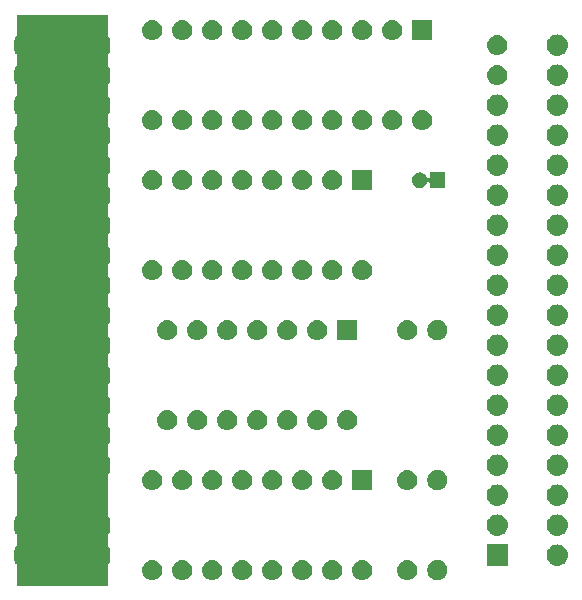
<source format=gts>
G04 #@! TF.GenerationSoftware,KiCad,Pcbnew,(5.1.2-1)-1*
G04 #@! TF.CreationDate,2023-07-30T19:23:29+02:00*
G04 #@! TF.ProjectId,psg-riser,7073672d-7269-4736-9572-2e6b69636164,rev?*
G04 #@! TF.SameCoordinates,Original*
G04 #@! TF.FileFunction,Soldermask,Top*
G04 #@! TF.FilePolarity,Negative*
%FSLAX46Y46*%
G04 Gerber Fmt 4.6, Leading zero omitted, Abs format (unit mm)*
G04 Created by KiCad (PCBNEW (5.1.2-1)-1) date 2023-07-30 19:23:29*
%MOMM*%
%LPD*%
G04 APERTURE LIST*
%ADD10C,0.100000*%
G04 APERTURE END LIST*
D10*
G36*
X25400000Y-22860000D02*
G01*
X25400000Y-71120000D01*
X33020000Y-71120000D01*
X33020000Y-22860000D01*
X25400000Y-22860000D01*
G37*
X25400000Y-22860000D02*
X25400000Y-71120000D01*
X33020000Y-71120000D01*
X33020000Y-22860000D01*
X25400000Y-22860000D01*
G36*
X61208228Y-69031703D02*
G01*
X61363100Y-69095853D01*
X61502481Y-69188985D01*
X61621015Y-69307519D01*
X61714147Y-69446900D01*
X61778297Y-69601772D01*
X61811000Y-69766184D01*
X61811000Y-69933816D01*
X61778297Y-70098228D01*
X61714147Y-70253100D01*
X61621015Y-70392481D01*
X61502481Y-70511015D01*
X61363100Y-70604147D01*
X61208228Y-70668297D01*
X61043816Y-70701000D01*
X60876184Y-70701000D01*
X60711772Y-70668297D01*
X60556900Y-70604147D01*
X60417519Y-70511015D01*
X60298985Y-70392481D01*
X60205853Y-70253100D01*
X60141703Y-70098228D01*
X60109000Y-69933816D01*
X60109000Y-69766184D01*
X60141703Y-69601772D01*
X60205853Y-69446900D01*
X60298985Y-69307519D01*
X60417519Y-69188985D01*
X60556900Y-69095853D01*
X60711772Y-69031703D01*
X60876184Y-68999000D01*
X61043816Y-68999000D01*
X61208228Y-69031703D01*
X61208228Y-69031703D01*
G37*
G36*
X58586823Y-69011313D02*
G01*
X58747242Y-69059976D01*
X58814361Y-69095852D01*
X58895078Y-69138996D01*
X59024659Y-69245341D01*
X59131004Y-69374922D01*
X59131005Y-69374924D01*
X59210024Y-69522758D01*
X59258687Y-69683177D01*
X59275117Y-69850000D01*
X59258687Y-70016823D01*
X59210024Y-70177242D01*
X59169477Y-70253100D01*
X59131004Y-70325078D01*
X59024659Y-70454659D01*
X58895078Y-70561004D01*
X58895076Y-70561005D01*
X58747242Y-70640024D01*
X58586823Y-70688687D01*
X58461804Y-70701000D01*
X58378196Y-70701000D01*
X58253177Y-70688687D01*
X58092758Y-70640024D01*
X57944924Y-70561005D01*
X57944922Y-70561004D01*
X57815341Y-70454659D01*
X57708996Y-70325078D01*
X57670523Y-70253100D01*
X57629976Y-70177242D01*
X57581313Y-70016823D01*
X57564883Y-69850000D01*
X57581313Y-69683177D01*
X57629976Y-69522758D01*
X57708995Y-69374924D01*
X57708996Y-69374922D01*
X57815341Y-69245341D01*
X57944922Y-69138996D01*
X58025639Y-69095852D01*
X58092758Y-69059976D01*
X58253177Y-69011313D01*
X58378196Y-68999000D01*
X58461804Y-68999000D01*
X58586823Y-69011313D01*
X58586823Y-69011313D01*
G37*
G36*
X54776823Y-69011313D02*
G01*
X54937242Y-69059976D01*
X55004361Y-69095852D01*
X55085078Y-69138996D01*
X55214659Y-69245341D01*
X55321004Y-69374922D01*
X55321005Y-69374924D01*
X55400024Y-69522758D01*
X55448687Y-69683177D01*
X55465117Y-69850000D01*
X55448687Y-70016823D01*
X55400024Y-70177242D01*
X55359477Y-70253100D01*
X55321004Y-70325078D01*
X55214659Y-70454659D01*
X55085078Y-70561004D01*
X55085076Y-70561005D01*
X54937242Y-70640024D01*
X54776823Y-70688687D01*
X54651804Y-70701000D01*
X54568196Y-70701000D01*
X54443177Y-70688687D01*
X54282758Y-70640024D01*
X54134924Y-70561005D01*
X54134922Y-70561004D01*
X54005341Y-70454659D01*
X53898996Y-70325078D01*
X53860523Y-70253100D01*
X53819976Y-70177242D01*
X53771313Y-70016823D01*
X53754883Y-69850000D01*
X53771313Y-69683177D01*
X53819976Y-69522758D01*
X53898995Y-69374924D01*
X53898996Y-69374922D01*
X54005341Y-69245341D01*
X54134922Y-69138996D01*
X54215639Y-69095852D01*
X54282758Y-69059976D01*
X54443177Y-69011313D01*
X54568196Y-68999000D01*
X54651804Y-68999000D01*
X54776823Y-69011313D01*
X54776823Y-69011313D01*
G37*
G36*
X52236823Y-69011313D02*
G01*
X52397242Y-69059976D01*
X52464361Y-69095852D01*
X52545078Y-69138996D01*
X52674659Y-69245341D01*
X52781004Y-69374922D01*
X52781005Y-69374924D01*
X52860024Y-69522758D01*
X52908687Y-69683177D01*
X52925117Y-69850000D01*
X52908687Y-70016823D01*
X52860024Y-70177242D01*
X52819477Y-70253100D01*
X52781004Y-70325078D01*
X52674659Y-70454659D01*
X52545078Y-70561004D01*
X52545076Y-70561005D01*
X52397242Y-70640024D01*
X52236823Y-70688687D01*
X52111804Y-70701000D01*
X52028196Y-70701000D01*
X51903177Y-70688687D01*
X51742758Y-70640024D01*
X51594924Y-70561005D01*
X51594922Y-70561004D01*
X51465341Y-70454659D01*
X51358996Y-70325078D01*
X51320523Y-70253100D01*
X51279976Y-70177242D01*
X51231313Y-70016823D01*
X51214883Y-69850000D01*
X51231313Y-69683177D01*
X51279976Y-69522758D01*
X51358995Y-69374924D01*
X51358996Y-69374922D01*
X51465341Y-69245341D01*
X51594922Y-69138996D01*
X51675639Y-69095852D01*
X51742758Y-69059976D01*
X51903177Y-69011313D01*
X52028196Y-68999000D01*
X52111804Y-68999000D01*
X52236823Y-69011313D01*
X52236823Y-69011313D01*
G37*
G36*
X49696823Y-69011313D02*
G01*
X49857242Y-69059976D01*
X49924361Y-69095852D01*
X50005078Y-69138996D01*
X50134659Y-69245341D01*
X50241004Y-69374922D01*
X50241005Y-69374924D01*
X50320024Y-69522758D01*
X50368687Y-69683177D01*
X50385117Y-69850000D01*
X50368687Y-70016823D01*
X50320024Y-70177242D01*
X50279477Y-70253100D01*
X50241004Y-70325078D01*
X50134659Y-70454659D01*
X50005078Y-70561004D01*
X50005076Y-70561005D01*
X49857242Y-70640024D01*
X49696823Y-70688687D01*
X49571804Y-70701000D01*
X49488196Y-70701000D01*
X49363177Y-70688687D01*
X49202758Y-70640024D01*
X49054924Y-70561005D01*
X49054922Y-70561004D01*
X48925341Y-70454659D01*
X48818996Y-70325078D01*
X48780523Y-70253100D01*
X48739976Y-70177242D01*
X48691313Y-70016823D01*
X48674883Y-69850000D01*
X48691313Y-69683177D01*
X48739976Y-69522758D01*
X48818995Y-69374924D01*
X48818996Y-69374922D01*
X48925341Y-69245341D01*
X49054922Y-69138996D01*
X49135639Y-69095852D01*
X49202758Y-69059976D01*
X49363177Y-69011313D01*
X49488196Y-68999000D01*
X49571804Y-68999000D01*
X49696823Y-69011313D01*
X49696823Y-69011313D01*
G37*
G36*
X47156823Y-69011313D02*
G01*
X47317242Y-69059976D01*
X47384361Y-69095852D01*
X47465078Y-69138996D01*
X47594659Y-69245341D01*
X47701004Y-69374922D01*
X47701005Y-69374924D01*
X47780024Y-69522758D01*
X47828687Y-69683177D01*
X47845117Y-69850000D01*
X47828687Y-70016823D01*
X47780024Y-70177242D01*
X47739477Y-70253100D01*
X47701004Y-70325078D01*
X47594659Y-70454659D01*
X47465078Y-70561004D01*
X47465076Y-70561005D01*
X47317242Y-70640024D01*
X47156823Y-70688687D01*
X47031804Y-70701000D01*
X46948196Y-70701000D01*
X46823177Y-70688687D01*
X46662758Y-70640024D01*
X46514924Y-70561005D01*
X46514922Y-70561004D01*
X46385341Y-70454659D01*
X46278996Y-70325078D01*
X46240523Y-70253100D01*
X46199976Y-70177242D01*
X46151313Y-70016823D01*
X46134883Y-69850000D01*
X46151313Y-69683177D01*
X46199976Y-69522758D01*
X46278995Y-69374924D01*
X46278996Y-69374922D01*
X46385341Y-69245341D01*
X46514922Y-69138996D01*
X46595639Y-69095852D01*
X46662758Y-69059976D01*
X46823177Y-69011313D01*
X46948196Y-68999000D01*
X47031804Y-68999000D01*
X47156823Y-69011313D01*
X47156823Y-69011313D01*
G37*
G36*
X44616823Y-69011313D02*
G01*
X44777242Y-69059976D01*
X44844361Y-69095852D01*
X44925078Y-69138996D01*
X45054659Y-69245341D01*
X45161004Y-69374922D01*
X45161005Y-69374924D01*
X45240024Y-69522758D01*
X45288687Y-69683177D01*
X45305117Y-69850000D01*
X45288687Y-70016823D01*
X45240024Y-70177242D01*
X45199477Y-70253100D01*
X45161004Y-70325078D01*
X45054659Y-70454659D01*
X44925078Y-70561004D01*
X44925076Y-70561005D01*
X44777242Y-70640024D01*
X44616823Y-70688687D01*
X44491804Y-70701000D01*
X44408196Y-70701000D01*
X44283177Y-70688687D01*
X44122758Y-70640024D01*
X43974924Y-70561005D01*
X43974922Y-70561004D01*
X43845341Y-70454659D01*
X43738996Y-70325078D01*
X43700523Y-70253100D01*
X43659976Y-70177242D01*
X43611313Y-70016823D01*
X43594883Y-69850000D01*
X43611313Y-69683177D01*
X43659976Y-69522758D01*
X43738995Y-69374924D01*
X43738996Y-69374922D01*
X43845341Y-69245341D01*
X43974922Y-69138996D01*
X44055639Y-69095852D01*
X44122758Y-69059976D01*
X44283177Y-69011313D01*
X44408196Y-68999000D01*
X44491804Y-68999000D01*
X44616823Y-69011313D01*
X44616823Y-69011313D01*
G37*
G36*
X42076823Y-69011313D02*
G01*
X42237242Y-69059976D01*
X42304361Y-69095852D01*
X42385078Y-69138996D01*
X42514659Y-69245341D01*
X42621004Y-69374922D01*
X42621005Y-69374924D01*
X42700024Y-69522758D01*
X42748687Y-69683177D01*
X42765117Y-69850000D01*
X42748687Y-70016823D01*
X42700024Y-70177242D01*
X42659477Y-70253100D01*
X42621004Y-70325078D01*
X42514659Y-70454659D01*
X42385078Y-70561004D01*
X42385076Y-70561005D01*
X42237242Y-70640024D01*
X42076823Y-70688687D01*
X41951804Y-70701000D01*
X41868196Y-70701000D01*
X41743177Y-70688687D01*
X41582758Y-70640024D01*
X41434924Y-70561005D01*
X41434922Y-70561004D01*
X41305341Y-70454659D01*
X41198996Y-70325078D01*
X41160523Y-70253100D01*
X41119976Y-70177242D01*
X41071313Y-70016823D01*
X41054883Y-69850000D01*
X41071313Y-69683177D01*
X41119976Y-69522758D01*
X41198995Y-69374924D01*
X41198996Y-69374922D01*
X41305341Y-69245341D01*
X41434922Y-69138996D01*
X41515639Y-69095852D01*
X41582758Y-69059976D01*
X41743177Y-69011313D01*
X41868196Y-68999000D01*
X41951804Y-68999000D01*
X42076823Y-69011313D01*
X42076823Y-69011313D01*
G37*
G36*
X39536823Y-69011313D02*
G01*
X39697242Y-69059976D01*
X39764361Y-69095852D01*
X39845078Y-69138996D01*
X39974659Y-69245341D01*
X40081004Y-69374922D01*
X40081005Y-69374924D01*
X40160024Y-69522758D01*
X40208687Y-69683177D01*
X40225117Y-69850000D01*
X40208687Y-70016823D01*
X40160024Y-70177242D01*
X40119477Y-70253100D01*
X40081004Y-70325078D01*
X39974659Y-70454659D01*
X39845078Y-70561004D01*
X39845076Y-70561005D01*
X39697242Y-70640024D01*
X39536823Y-70688687D01*
X39411804Y-70701000D01*
X39328196Y-70701000D01*
X39203177Y-70688687D01*
X39042758Y-70640024D01*
X38894924Y-70561005D01*
X38894922Y-70561004D01*
X38765341Y-70454659D01*
X38658996Y-70325078D01*
X38620523Y-70253100D01*
X38579976Y-70177242D01*
X38531313Y-70016823D01*
X38514883Y-69850000D01*
X38531313Y-69683177D01*
X38579976Y-69522758D01*
X38658995Y-69374924D01*
X38658996Y-69374922D01*
X38765341Y-69245341D01*
X38894922Y-69138996D01*
X38975639Y-69095852D01*
X39042758Y-69059976D01*
X39203177Y-69011313D01*
X39328196Y-68999000D01*
X39411804Y-68999000D01*
X39536823Y-69011313D01*
X39536823Y-69011313D01*
G37*
G36*
X36996823Y-69011313D02*
G01*
X37157242Y-69059976D01*
X37224361Y-69095852D01*
X37305078Y-69138996D01*
X37434659Y-69245341D01*
X37541004Y-69374922D01*
X37541005Y-69374924D01*
X37620024Y-69522758D01*
X37668687Y-69683177D01*
X37685117Y-69850000D01*
X37668687Y-70016823D01*
X37620024Y-70177242D01*
X37579477Y-70253100D01*
X37541004Y-70325078D01*
X37434659Y-70454659D01*
X37305078Y-70561004D01*
X37305076Y-70561005D01*
X37157242Y-70640024D01*
X36996823Y-70688687D01*
X36871804Y-70701000D01*
X36788196Y-70701000D01*
X36663177Y-70688687D01*
X36502758Y-70640024D01*
X36354924Y-70561005D01*
X36354922Y-70561004D01*
X36225341Y-70454659D01*
X36118996Y-70325078D01*
X36080523Y-70253100D01*
X36039976Y-70177242D01*
X35991313Y-70016823D01*
X35974883Y-69850000D01*
X35991313Y-69683177D01*
X36039976Y-69522758D01*
X36118995Y-69374924D01*
X36118996Y-69374922D01*
X36225341Y-69245341D01*
X36354922Y-69138996D01*
X36435639Y-69095852D01*
X36502758Y-69059976D01*
X36663177Y-69011313D01*
X36788196Y-68999000D01*
X36871804Y-68999000D01*
X36996823Y-69011313D01*
X36996823Y-69011313D01*
G37*
G36*
X71230443Y-67685519D02*
G01*
X71296627Y-67692037D01*
X71466466Y-67743557D01*
X71622991Y-67827222D01*
X71633087Y-67835508D01*
X71760186Y-67939814D01*
X71843448Y-68041271D01*
X71872778Y-68077009D01*
X71956443Y-68233534D01*
X72007963Y-68403373D01*
X72025359Y-68580000D01*
X72007963Y-68756627D01*
X71956443Y-68926466D01*
X71872778Y-69082991D01*
X71862223Y-69095852D01*
X71760186Y-69220186D01*
X71672902Y-69291817D01*
X71622991Y-69332778D01*
X71466466Y-69416443D01*
X71296627Y-69467963D01*
X71230442Y-69474482D01*
X71164260Y-69481000D01*
X71075740Y-69481000D01*
X71009558Y-69474482D01*
X70943373Y-69467963D01*
X70773534Y-69416443D01*
X70617009Y-69332778D01*
X70567098Y-69291817D01*
X70479814Y-69220186D01*
X70377777Y-69095852D01*
X70367222Y-69082991D01*
X70283557Y-68926466D01*
X70232037Y-68756627D01*
X70214641Y-68580000D01*
X70232037Y-68403373D01*
X70283557Y-68233534D01*
X70367222Y-68077009D01*
X70396552Y-68041271D01*
X70479814Y-67939814D01*
X70606913Y-67835508D01*
X70617009Y-67827222D01*
X70773534Y-67743557D01*
X70943373Y-67692037D01*
X71009557Y-67685519D01*
X71075740Y-67679000D01*
X71164260Y-67679000D01*
X71230443Y-67685519D01*
X71230443Y-67685519D01*
G37*
G36*
X66941000Y-69481000D02*
G01*
X65139000Y-69481000D01*
X65139000Y-67679000D01*
X66941000Y-67679000D01*
X66941000Y-69481000D01*
X66941000Y-69481000D01*
G37*
G36*
X32983993Y-67774203D02*
G01*
X33048411Y-67793744D01*
X33107781Y-67825478D01*
X33159817Y-67868183D01*
X33202522Y-67920219D01*
X33234256Y-67979589D01*
X33253797Y-68044007D01*
X33261000Y-68117140D01*
X33261000Y-69042860D01*
X33253797Y-69115993D01*
X33234256Y-69180411D01*
X33202522Y-69239781D01*
X33159817Y-69291817D01*
X33107781Y-69334522D01*
X33048411Y-69366256D01*
X32983993Y-69385797D01*
X32910860Y-69393000D01*
X25509140Y-69393000D01*
X25436007Y-69385797D01*
X25371589Y-69366256D01*
X25312219Y-69334522D01*
X25260183Y-69291817D01*
X25217478Y-69239781D01*
X25185744Y-69180411D01*
X25166203Y-69115993D01*
X25159000Y-69042860D01*
X25159000Y-68117140D01*
X25166203Y-68044007D01*
X25185744Y-67979589D01*
X25217478Y-67920219D01*
X25260183Y-67868183D01*
X25312219Y-67825478D01*
X25371589Y-67793744D01*
X25436007Y-67774203D01*
X25509140Y-67767000D01*
X32910860Y-67767000D01*
X32983993Y-67774203D01*
X32983993Y-67774203D01*
G37*
G36*
X66150442Y-65145518D02*
G01*
X66216627Y-65152037D01*
X66386466Y-65203557D01*
X66542991Y-65287222D01*
X66553087Y-65295508D01*
X66680186Y-65399814D01*
X66763448Y-65501271D01*
X66792778Y-65537009D01*
X66876443Y-65693534D01*
X66927963Y-65863373D01*
X66945359Y-66040000D01*
X66927963Y-66216627D01*
X66876443Y-66386466D01*
X66792778Y-66542991D01*
X66765694Y-66575993D01*
X66680186Y-66680186D01*
X66592902Y-66751817D01*
X66542991Y-66792778D01*
X66386466Y-66876443D01*
X66216627Y-66927963D01*
X66150442Y-66934482D01*
X66084260Y-66941000D01*
X65995740Y-66941000D01*
X65929558Y-66934482D01*
X65863373Y-66927963D01*
X65693534Y-66876443D01*
X65537009Y-66792778D01*
X65487098Y-66751817D01*
X65399814Y-66680186D01*
X65314306Y-66575993D01*
X65287222Y-66542991D01*
X65203557Y-66386466D01*
X65152037Y-66216627D01*
X65134641Y-66040000D01*
X65152037Y-65863373D01*
X65203557Y-65693534D01*
X65287222Y-65537009D01*
X65316552Y-65501271D01*
X65399814Y-65399814D01*
X65526913Y-65295508D01*
X65537009Y-65287222D01*
X65693534Y-65203557D01*
X65863373Y-65152037D01*
X65929558Y-65145518D01*
X65995740Y-65139000D01*
X66084260Y-65139000D01*
X66150442Y-65145518D01*
X66150442Y-65145518D01*
G37*
G36*
X71230442Y-65145518D02*
G01*
X71296627Y-65152037D01*
X71466466Y-65203557D01*
X71622991Y-65287222D01*
X71633087Y-65295508D01*
X71760186Y-65399814D01*
X71843448Y-65501271D01*
X71872778Y-65537009D01*
X71956443Y-65693534D01*
X72007963Y-65863373D01*
X72025359Y-66040000D01*
X72007963Y-66216627D01*
X71956443Y-66386466D01*
X71872778Y-66542991D01*
X71845694Y-66575993D01*
X71760186Y-66680186D01*
X71672902Y-66751817D01*
X71622991Y-66792778D01*
X71466466Y-66876443D01*
X71296627Y-66927963D01*
X71230442Y-66934482D01*
X71164260Y-66941000D01*
X71075740Y-66941000D01*
X71009558Y-66934482D01*
X70943373Y-66927963D01*
X70773534Y-66876443D01*
X70617009Y-66792778D01*
X70567098Y-66751817D01*
X70479814Y-66680186D01*
X70394306Y-66575993D01*
X70367222Y-66542991D01*
X70283557Y-66386466D01*
X70232037Y-66216627D01*
X70214641Y-66040000D01*
X70232037Y-65863373D01*
X70283557Y-65693534D01*
X70367222Y-65537009D01*
X70396552Y-65501271D01*
X70479814Y-65399814D01*
X70606913Y-65295508D01*
X70617009Y-65287222D01*
X70773534Y-65203557D01*
X70943373Y-65152037D01*
X71009558Y-65145518D01*
X71075740Y-65139000D01*
X71164260Y-65139000D01*
X71230442Y-65145518D01*
X71230442Y-65145518D01*
G37*
G36*
X32983993Y-65234203D02*
G01*
X33048411Y-65253744D01*
X33107781Y-65285478D01*
X33159817Y-65328183D01*
X33202522Y-65380219D01*
X33234256Y-65439589D01*
X33253797Y-65504007D01*
X33261000Y-65577140D01*
X33261000Y-66502860D01*
X33253797Y-66575993D01*
X33234256Y-66640411D01*
X33202522Y-66699781D01*
X33159817Y-66751817D01*
X33107781Y-66794522D01*
X33048411Y-66826256D01*
X32983993Y-66845797D01*
X32910860Y-66853000D01*
X25509140Y-66853000D01*
X25436007Y-66845797D01*
X25371589Y-66826256D01*
X25312219Y-66794522D01*
X25260183Y-66751817D01*
X25217478Y-66699781D01*
X25185744Y-66640411D01*
X25166203Y-66575993D01*
X25159000Y-66502860D01*
X25159000Y-65577140D01*
X25166203Y-65504007D01*
X25185744Y-65439589D01*
X25217478Y-65380219D01*
X25260183Y-65328183D01*
X25312219Y-65285478D01*
X25371589Y-65253744D01*
X25436007Y-65234203D01*
X25509140Y-65227000D01*
X32910860Y-65227000D01*
X32983993Y-65234203D01*
X32983993Y-65234203D01*
G37*
G36*
X71230442Y-62605518D02*
G01*
X71296627Y-62612037D01*
X71466466Y-62663557D01*
X71622991Y-62747222D01*
X71653768Y-62772480D01*
X71760186Y-62859814D01*
X71843448Y-62961271D01*
X71872778Y-62997009D01*
X71956443Y-63153534D01*
X72007963Y-63323373D01*
X72025359Y-63500000D01*
X72007963Y-63676627D01*
X71956443Y-63846466D01*
X71872778Y-64002991D01*
X71843448Y-64038729D01*
X71760186Y-64140186D01*
X71658729Y-64223448D01*
X71622991Y-64252778D01*
X71466466Y-64336443D01*
X71296627Y-64387963D01*
X71230442Y-64394482D01*
X71164260Y-64401000D01*
X71075740Y-64401000D01*
X71009558Y-64394482D01*
X70943373Y-64387963D01*
X70773534Y-64336443D01*
X70617009Y-64252778D01*
X70581271Y-64223448D01*
X70479814Y-64140186D01*
X70396552Y-64038729D01*
X70367222Y-64002991D01*
X70283557Y-63846466D01*
X70232037Y-63676627D01*
X70214641Y-63500000D01*
X70232037Y-63323373D01*
X70283557Y-63153534D01*
X70367222Y-62997009D01*
X70396552Y-62961271D01*
X70479814Y-62859814D01*
X70586232Y-62772480D01*
X70617009Y-62747222D01*
X70773534Y-62663557D01*
X70943373Y-62612037D01*
X71009558Y-62605518D01*
X71075740Y-62599000D01*
X71164260Y-62599000D01*
X71230442Y-62605518D01*
X71230442Y-62605518D01*
G37*
G36*
X66150442Y-62605518D02*
G01*
X66216627Y-62612037D01*
X66386466Y-62663557D01*
X66542991Y-62747222D01*
X66573768Y-62772480D01*
X66680186Y-62859814D01*
X66763448Y-62961271D01*
X66792778Y-62997009D01*
X66876443Y-63153534D01*
X66927963Y-63323373D01*
X66945359Y-63500000D01*
X66927963Y-63676627D01*
X66876443Y-63846466D01*
X66792778Y-64002991D01*
X66763448Y-64038729D01*
X66680186Y-64140186D01*
X66578729Y-64223448D01*
X66542991Y-64252778D01*
X66386466Y-64336443D01*
X66216627Y-64387963D01*
X66150442Y-64394482D01*
X66084260Y-64401000D01*
X65995740Y-64401000D01*
X65929558Y-64394482D01*
X65863373Y-64387963D01*
X65693534Y-64336443D01*
X65537009Y-64252778D01*
X65501271Y-64223448D01*
X65399814Y-64140186D01*
X65316552Y-64038729D01*
X65287222Y-64002991D01*
X65203557Y-63846466D01*
X65152037Y-63676627D01*
X65134641Y-63500000D01*
X65152037Y-63323373D01*
X65203557Y-63153534D01*
X65287222Y-62997009D01*
X65316552Y-62961271D01*
X65399814Y-62859814D01*
X65506232Y-62772480D01*
X65537009Y-62747222D01*
X65693534Y-62663557D01*
X65863373Y-62612037D01*
X65929558Y-62605518D01*
X65995740Y-62599000D01*
X66084260Y-62599000D01*
X66150442Y-62605518D01*
X66150442Y-62605518D01*
G37*
G36*
X42076823Y-61391313D02*
G01*
X42237242Y-61439976D01*
X42304361Y-61475852D01*
X42385078Y-61518996D01*
X42514659Y-61625341D01*
X42621004Y-61754922D01*
X42621005Y-61754924D01*
X42700024Y-61902758D01*
X42748687Y-62063177D01*
X42765117Y-62230000D01*
X42748687Y-62396823D01*
X42700024Y-62557242D01*
X42659477Y-62633100D01*
X42621004Y-62705078D01*
X42514659Y-62834659D01*
X42385078Y-62941004D01*
X42385076Y-62941005D01*
X42237242Y-63020024D01*
X42076823Y-63068687D01*
X41951804Y-63081000D01*
X41868196Y-63081000D01*
X41743177Y-63068687D01*
X41582758Y-63020024D01*
X41434924Y-62941005D01*
X41434922Y-62941004D01*
X41305341Y-62834659D01*
X41198996Y-62705078D01*
X41160523Y-62633100D01*
X41119976Y-62557242D01*
X41071313Y-62396823D01*
X41054883Y-62230000D01*
X41071313Y-62063177D01*
X41119976Y-61902758D01*
X41198995Y-61754924D01*
X41198996Y-61754922D01*
X41305341Y-61625341D01*
X41434922Y-61518996D01*
X41515639Y-61475852D01*
X41582758Y-61439976D01*
X41743177Y-61391313D01*
X41868196Y-61379000D01*
X41951804Y-61379000D01*
X42076823Y-61391313D01*
X42076823Y-61391313D01*
G37*
G36*
X49696823Y-61391313D02*
G01*
X49857242Y-61439976D01*
X49924361Y-61475852D01*
X50005078Y-61518996D01*
X50134659Y-61625341D01*
X50241004Y-61754922D01*
X50241005Y-61754924D01*
X50320024Y-61902758D01*
X50368687Y-62063177D01*
X50385117Y-62230000D01*
X50368687Y-62396823D01*
X50320024Y-62557242D01*
X50279477Y-62633100D01*
X50241004Y-62705078D01*
X50134659Y-62834659D01*
X50005078Y-62941004D01*
X50005076Y-62941005D01*
X49857242Y-63020024D01*
X49696823Y-63068687D01*
X49571804Y-63081000D01*
X49488196Y-63081000D01*
X49363177Y-63068687D01*
X49202758Y-63020024D01*
X49054924Y-62941005D01*
X49054922Y-62941004D01*
X48925341Y-62834659D01*
X48818996Y-62705078D01*
X48780523Y-62633100D01*
X48739976Y-62557242D01*
X48691313Y-62396823D01*
X48674883Y-62230000D01*
X48691313Y-62063177D01*
X48739976Y-61902758D01*
X48818995Y-61754924D01*
X48818996Y-61754922D01*
X48925341Y-61625341D01*
X49054922Y-61518996D01*
X49135639Y-61475852D01*
X49202758Y-61439976D01*
X49363177Y-61391313D01*
X49488196Y-61379000D01*
X49571804Y-61379000D01*
X49696823Y-61391313D01*
X49696823Y-61391313D01*
G37*
G36*
X39536823Y-61391313D02*
G01*
X39697242Y-61439976D01*
X39764361Y-61475852D01*
X39845078Y-61518996D01*
X39974659Y-61625341D01*
X40081004Y-61754922D01*
X40081005Y-61754924D01*
X40160024Y-61902758D01*
X40208687Y-62063177D01*
X40225117Y-62230000D01*
X40208687Y-62396823D01*
X40160024Y-62557242D01*
X40119477Y-62633100D01*
X40081004Y-62705078D01*
X39974659Y-62834659D01*
X39845078Y-62941004D01*
X39845076Y-62941005D01*
X39697242Y-63020024D01*
X39536823Y-63068687D01*
X39411804Y-63081000D01*
X39328196Y-63081000D01*
X39203177Y-63068687D01*
X39042758Y-63020024D01*
X38894924Y-62941005D01*
X38894922Y-62941004D01*
X38765341Y-62834659D01*
X38658996Y-62705078D01*
X38620523Y-62633100D01*
X38579976Y-62557242D01*
X38531313Y-62396823D01*
X38514883Y-62230000D01*
X38531313Y-62063177D01*
X38579976Y-61902758D01*
X38658995Y-61754924D01*
X38658996Y-61754922D01*
X38765341Y-61625341D01*
X38894922Y-61518996D01*
X38975639Y-61475852D01*
X39042758Y-61439976D01*
X39203177Y-61391313D01*
X39328196Y-61379000D01*
X39411804Y-61379000D01*
X39536823Y-61391313D01*
X39536823Y-61391313D01*
G37*
G36*
X36996823Y-61391313D02*
G01*
X37157242Y-61439976D01*
X37224361Y-61475852D01*
X37305078Y-61518996D01*
X37434659Y-61625341D01*
X37541004Y-61754922D01*
X37541005Y-61754924D01*
X37620024Y-61902758D01*
X37668687Y-62063177D01*
X37685117Y-62230000D01*
X37668687Y-62396823D01*
X37620024Y-62557242D01*
X37579477Y-62633100D01*
X37541004Y-62705078D01*
X37434659Y-62834659D01*
X37305078Y-62941004D01*
X37305076Y-62941005D01*
X37157242Y-63020024D01*
X36996823Y-63068687D01*
X36871804Y-63081000D01*
X36788196Y-63081000D01*
X36663177Y-63068687D01*
X36502758Y-63020024D01*
X36354924Y-62941005D01*
X36354922Y-62941004D01*
X36225341Y-62834659D01*
X36118996Y-62705078D01*
X36080523Y-62633100D01*
X36039976Y-62557242D01*
X35991313Y-62396823D01*
X35974883Y-62230000D01*
X35991313Y-62063177D01*
X36039976Y-61902758D01*
X36118995Y-61754924D01*
X36118996Y-61754922D01*
X36225341Y-61625341D01*
X36354922Y-61518996D01*
X36435639Y-61475852D01*
X36502758Y-61439976D01*
X36663177Y-61391313D01*
X36788196Y-61379000D01*
X36871804Y-61379000D01*
X36996823Y-61391313D01*
X36996823Y-61391313D01*
G37*
G36*
X58586823Y-61391313D02*
G01*
X58747242Y-61439976D01*
X58814361Y-61475852D01*
X58895078Y-61518996D01*
X59024659Y-61625341D01*
X59131004Y-61754922D01*
X59131005Y-61754924D01*
X59210024Y-61902758D01*
X59258687Y-62063177D01*
X59275117Y-62230000D01*
X59258687Y-62396823D01*
X59210024Y-62557242D01*
X59169477Y-62633100D01*
X59131004Y-62705078D01*
X59024659Y-62834659D01*
X58895078Y-62941004D01*
X58895076Y-62941005D01*
X58747242Y-63020024D01*
X58586823Y-63068687D01*
X58461804Y-63081000D01*
X58378196Y-63081000D01*
X58253177Y-63068687D01*
X58092758Y-63020024D01*
X57944924Y-62941005D01*
X57944922Y-62941004D01*
X57815341Y-62834659D01*
X57708996Y-62705078D01*
X57670523Y-62633100D01*
X57629976Y-62557242D01*
X57581313Y-62396823D01*
X57564883Y-62230000D01*
X57581313Y-62063177D01*
X57629976Y-61902758D01*
X57708995Y-61754924D01*
X57708996Y-61754922D01*
X57815341Y-61625341D01*
X57944922Y-61518996D01*
X58025639Y-61475852D01*
X58092758Y-61439976D01*
X58253177Y-61391313D01*
X58378196Y-61379000D01*
X58461804Y-61379000D01*
X58586823Y-61391313D01*
X58586823Y-61391313D01*
G37*
G36*
X61208228Y-61411703D02*
G01*
X61363100Y-61475853D01*
X61502481Y-61568985D01*
X61621015Y-61687519D01*
X61714147Y-61826900D01*
X61778297Y-61981772D01*
X61811000Y-62146184D01*
X61811000Y-62313816D01*
X61778297Y-62478228D01*
X61714147Y-62633100D01*
X61621015Y-62772481D01*
X61502481Y-62891015D01*
X61363100Y-62984147D01*
X61208228Y-63048297D01*
X61043816Y-63081000D01*
X60876184Y-63081000D01*
X60711772Y-63048297D01*
X60556900Y-62984147D01*
X60417519Y-62891015D01*
X60298985Y-62772481D01*
X60205853Y-62633100D01*
X60141703Y-62478228D01*
X60109000Y-62313816D01*
X60109000Y-62146184D01*
X60141703Y-61981772D01*
X60205853Y-61826900D01*
X60298985Y-61687519D01*
X60417519Y-61568985D01*
X60556900Y-61475853D01*
X60711772Y-61411703D01*
X60876184Y-61379000D01*
X61043816Y-61379000D01*
X61208228Y-61411703D01*
X61208228Y-61411703D01*
G37*
G36*
X55461000Y-63081000D02*
G01*
X53759000Y-63081000D01*
X53759000Y-61379000D01*
X55461000Y-61379000D01*
X55461000Y-63081000D01*
X55461000Y-63081000D01*
G37*
G36*
X44616823Y-61391313D02*
G01*
X44777242Y-61439976D01*
X44844361Y-61475852D01*
X44925078Y-61518996D01*
X45054659Y-61625341D01*
X45161004Y-61754922D01*
X45161005Y-61754924D01*
X45240024Y-61902758D01*
X45288687Y-62063177D01*
X45305117Y-62230000D01*
X45288687Y-62396823D01*
X45240024Y-62557242D01*
X45199477Y-62633100D01*
X45161004Y-62705078D01*
X45054659Y-62834659D01*
X44925078Y-62941004D01*
X44925076Y-62941005D01*
X44777242Y-63020024D01*
X44616823Y-63068687D01*
X44491804Y-63081000D01*
X44408196Y-63081000D01*
X44283177Y-63068687D01*
X44122758Y-63020024D01*
X43974924Y-62941005D01*
X43974922Y-62941004D01*
X43845341Y-62834659D01*
X43738996Y-62705078D01*
X43700523Y-62633100D01*
X43659976Y-62557242D01*
X43611313Y-62396823D01*
X43594883Y-62230000D01*
X43611313Y-62063177D01*
X43659976Y-61902758D01*
X43738995Y-61754924D01*
X43738996Y-61754922D01*
X43845341Y-61625341D01*
X43974922Y-61518996D01*
X44055639Y-61475852D01*
X44122758Y-61439976D01*
X44283177Y-61391313D01*
X44408196Y-61379000D01*
X44491804Y-61379000D01*
X44616823Y-61391313D01*
X44616823Y-61391313D01*
G37*
G36*
X52236823Y-61391313D02*
G01*
X52397242Y-61439976D01*
X52464361Y-61475852D01*
X52545078Y-61518996D01*
X52674659Y-61625341D01*
X52781004Y-61754922D01*
X52781005Y-61754924D01*
X52860024Y-61902758D01*
X52908687Y-62063177D01*
X52925117Y-62230000D01*
X52908687Y-62396823D01*
X52860024Y-62557242D01*
X52819477Y-62633100D01*
X52781004Y-62705078D01*
X52674659Y-62834659D01*
X52545078Y-62941004D01*
X52545076Y-62941005D01*
X52397242Y-63020024D01*
X52236823Y-63068687D01*
X52111804Y-63081000D01*
X52028196Y-63081000D01*
X51903177Y-63068687D01*
X51742758Y-63020024D01*
X51594924Y-62941005D01*
X51594922Y-62941004D01*
X51465341Y-62834659D01*
X51358996Y-62705078D01*
X51320523Y-62633100D01*
X51279976Y-62557242D01*
X51231313Y-62396823D01*
X51214883Y-62230000D01*
X51231313Y-62063177D01*
X51279976Y-61902758D01*
X51358995Y-61754924D01*
X51358996Y-61754922D01*
X51465341Y-61625341D01*
X51594922Y-61518996D01*
X51675639Y-61475852D01*
X51742758Y-61439976D01*
X51903177Y-61391313D01*
X52028196Y-61379000D01*
X52111804Y-61379000D01*
X52236823Y-61391313D01*
X52236823Y-61391313D01*
G37*
G36*
X47156823Y-61391313D02*
G01*
X47317242Y-61439976D01*
X47384361Y-61475852D01*
X47465078Y-61518996D01*
X47594659Y-61625341D01*
X47701004Y-61754922D01*
X47701005Y-61754924D01*
X47780024Y-61902758D01*
X47828687Y-62063177D01*
X47845117Y-62230000D01*
X47828687Y-62396823D01*
X47780024Y-62557242D01*
X47739477Y-62633100D01*
X47701004Y-62705078D01*
X47594659Y-62834659D01*
X47465078Y-62941004D01*
X47465076Y-62941005D01*
X47317242Y-63020024D01*
X47156823Y-63068687D01*
X47031804Y-63081000D01*
X46948196Y-63081000D01*
X46823177Y-63068687D01*
X46662758Y-63020024D01*
X46514924Y-62941005D01*
X46514922Y-62941004D01*
X46385341Y-62834659D01*
X46278996Y-62705078D01*
X46240523Y-62633100D01*
X46199976Y-62557242D01*
X46151313Y-62396823D01*
X46134883Y-62230000D01*
X46151313Y-62063177D01*
X46199976Y-61902758D01*
X46278995Y-61754924D01*
X46278996Y-61754922D01*
X46385341Y-61625341D01*
X46514922Y-61518996D01*
X46595639Y-61475852D01*
X46662758Y-61439976D01*
X46823177Y-61391313D01*
X46948196Y-61379000D01*
X47031804Y-61379000D01*
X47156823Y-61391313D01*
X47156823Y-61391313D01*
G37*
G36*
X66150442Y-60065518D02*
G01*
X66216627Y-60072037D01*
X66386466Y-60123557D01*
X66542991Y-60207222D01*
X66553087Y-60215508D01*
X66680186Y-60319814D01*
X66763448Y-60421271D01*
X66792778Y-60457009D01*
X66876443Y-60613534D01*
X66927963Y-60783373D01*
X66945359Y-60960000D01*
X66927963Y-61136627D01*
X66876443Y-61306466D01*
X66792778Y-61462991D01*
X66782223Y-61475852D01*
X66680186Y-61600186D01*
X66592902Y-61671817D01*
X66542991Y-61712778D01*
X66386466Y-61796443D01*
X66216627Y-61847963D01*
X66150443Y-61854481D01*
X66084260Y-61861000D01*
X65995740Y-61861000D01*
X65929557Y-61854481D01*
X65863373Y-61847963D01*
X65693534Y-61796443D01*
X65537009Y-61712778D01*
X65487098Y-61671817D01*
X65399814Y-61600186D01*
X65297777Y-61475852D01*
X65287222Y-61462991D01*
X65203557Y-61306466D01*
X65152037Y-61136627D01*
X65134641Y-60960000D01*
X65152037Y-60783373D01*
X65203557Y-60613534D01*
X65287222Y-60457009D01*
X65316552Y-60421271D01*
X65399814Y-60319814D01*
X65526913Y-60215508D01*
X65537009Y-60207222D01*
X65693534Y-60123557D01*
X65863373Y-60072037D01*
X65929558Y-60065518D01*
X65995740Y-60059000D01*
X66084260Y-60059000D01*
X66150442Y-60065518D01*
X66150442Y-60065518D01*
G37*
G36*
X71230442Y-60065518D02*
G01*
X71296627Y-60072037D01*
X71466466Y-60123557D01*
X71622991Y-60207222D01*
X71633087Y-60215508D01*
X71760186Y-60319814D01*
X71843448Y-60421271D01*
X71872778Y-60457009D01*
X71956443Y-60613534D01*
X72007963Y-60783373D01*
X72025359Y-60960000D01*
X72007963Y-61136627D01*
X71956443Y-61306466D01*
X71872778Y-61462991D01*
X71862223Y-61475852D01*
X71760186Y-61600186D01*
X71672902Y-61671817D01*
X71622991Y-61712778D01*
X71466466Y-61796443D01*
X71296627Y-61847963D01*
X71230443Y-61854481D01*
X71164260Y-61861000D01*
X71075740Y-61861000D01*
X71009557Y-61854481D01*
X70943373Y-61847963D01*
X70773534Y-61796443D01*
X70617009Y-61712778D01*
X70567098Y-61671817D01*
X70479814Y-61600186D01*
X70377777Y-61475852D01*
X70367222Y-61462991D01*
X70283557Y-61306466D01*
X70232037Y-61136627D01*
X70214641Y-60960000D01*
X70232037Y-60783373D01*
X70283557Y-60613534D01*
X70367222Y-60457009D01*
X70396552Y-60421271D01*
X70479814Y-60319814D01*
X70606913Y-60215508D01*
X70617009Y-60207222D01*
X70773534Y-60123557D01*
X70943373Y-60072037D01*
X71009558Y-60065518D01*
X71075740Y-60059000D01*
X71164260Y-60059000D01*
X71230442Y-60065518D01*
X71230442Y-60065518D01*
G37*
G36*
X32983993Y-60154203D02*
G01*
X33048411Y-60173744D01*
X33107781Y-60205478D01*
X33159817Y-60248183D01*
X33202522Y-60300219D01*
X33234256Y-60359589D01*
X33253797Y-60424007D01*
X33261000Y-60497140D01*
X33261000Y-61422860D01*
X33253797Y-61495993D01*
X33234256Y-61560411D01*
X33202522Y-61619781D01*
X33159817Y-61671817D01*
X33107781Y-61714522D01*
X33048411Y-61746256D01*
X32983993Y-61765797D01*
X32910860Y-61773000D01*
X25509140Y-61773000D01*
X25436007Y-61765797D01*
X25371589Y-61746256D01*
X25312219Y-61714522D01*
X25260183Y-61671817D01*
X25217478Y-61619781D01*
X25185744Y-61560411D01*
X25166203Y-61495993D01*
X25159000Y-61422860D01*
X25159000Y-60497140D01*
X25166203Y-60424007D01*
X25185744Y-60359589D01*
X25217478Y-60300219D01*
X25260183Y-60248183D01*
X25312219Y-60205478D01*
X25371589Y-60173744D01*
X25436007Y-60154203D01*
X25509140Y-60147000D01*
X32910860Y-60147000D01*
X32983993Y-60154203D01*
X32983993Y-60154203D01*
G37*
G36*
X71230443Y-57525519D02*
G01*
X71296627Y-57532037D01*
X71466466Y-57583557D01*
X71622991Y-57667222D01*
X71633087Y-57675508D01*
X71760186Y-57779814D01*
X71843448Y-57881271D01*
X71872778Y-57917009D01*
X71956443Y-58073534D01*
X72007963Y-58243373D01*
X72025359Y-58420000D01*
X72007963Y-58596627D01*
X71956443Y-58766466D01*
X71872778Y-58922991D01*
X71845694Y-58955993D01*
X71760186Y-59060186D01*
X71672902Y-59131817D01*
X71622991Y-59172778D01*
X71466466Y-59256443D01*
X71296627Y-59307963D01*
X71230442Y-59314482D01*
X71164260Y-59321000D01*
X71075740Y-59321000D01*
X71009558Y-59314482D01*
X70943373Y-59307963D01*
X70773534Y-59256443D01*
X70617009Y-59172778D01*
X70567098Y-59131817D01*
X70479814Y-59060186D01*
X70394306Y-58955993D01*
X70367222Y-58922991D01*
X70283557Y-58766466D01*
X70232037Y-58596627D01*
X70214641Y-58420000D01*
X70232037Y-58243373D01*
X70283557Y-58073534D01*
X70367222Y-57917009D01*
X70396552Y-57881271D01*
X70479814Y-57779814D01*
X70606913Y-57675508D01*
X70617009Y-57667222D01*
X70773534Y-57583557D01*
X70943373Y-57532037D01*
X71009557Y-57525519D01*
X71075740Y-57519000D01*
X71164260Y-57519000D01*
X71230443Y-57525519D01*
X71230443Y-57525519D01*
G37*
G36*
X66150443Y-57525519D02*
G01*
X66216627Y-57532037D01*
X66386466Y-57583557D01*
X66542991Y-57667222D01*
X66553087Y-57675508D01*
X66680186Y-57779814D01*
X66763448Y-57881271D01*
X66792778Y-57917009D01*
X66876443Y-58073534D01*
X66927963Y-58243373D01*
X66945359Y-58420000D01*
X66927963Y-58596627D01*
X66876443Y-58766466D01*
X66792778Y-58922991D01*
X66765694Y-58955993D01*
X66680186Y-59060186D01*
X66592902Y-59131817D01*
X66542991Y-59172778D01*
X66386466Y-59256443D01*
X66216627Y-59307963D01*
X66150442Y-59314482D01*
X66084260Y-59321000D01*
X65995740Y-59321000D01*
X65929558Y-59314482D01*
X65863373Y-59307963D01*
X65693534Y-59256443D01*
X65537009Y-59172778D01*
X65487098Y-59131817D01*
X65399814Y-59060186D01*
X65314306Y-58955993D01*
X65287222Y-58922991D01*
X65203557Y-58766466D01*
X65152037Y-58596627D01*
X65134641Y-58420000D01*
X65152037Y-58243373D01*
X65203557Y-58073534D01*
X65287222Y-57917009D01*
X65316552Y-57881271D01*
X65399814Y-57779814D01*
X65526913Y-57675508D01*
X65537009Y-57667222D01*
X65693534Y-57583557D01*
X65863373Y-57532037D01*
X65929557Y-57525519D01*
X65995740Y-57519000D01*
X66084260Y-57519000D01*
X66150443Y-57525519D01*
X66150443Y-57525519D01*
G37*
G36*
X32983993Y-57614203D02*
G01*
X33048411Y-57633744D01*
X33107781Y-57665478D01*
X33159817Y-57708183D01*
X33202522Y-57760219D01*
X33234256Y-57819589D01*
X33253797Y-57884007D01*
X33261000Y-57957140D01*
X33261000Y-58882860D01*
X33253797Y-58955993D01*
X33234256Y-59020411D01*
X33202522Y-59079781D01*
X33159817Y-59131817D01*
X33107781Y-59174522D01*
X33048411Y-59206256D01*
X32983993Y-59225797D01*
X32910860Y-59233000D01*
X25509140Y-59233000D01*
X25436007Y-59225797D01*
X25371589Y-59206256D01*
X25312219Y-59174522D01*
X25260183Y-59131817D01*
X25217478Y-59079781D01*
X25185744Y-59020411D01*
X25166203Y-58955993D01*
X25159000Y-58882860D01*
X25159000Y-57957140D01*
X25166203Y-57884007D01*
X25185744Y-57819589D01*
X25217478Y-57760219D01*
X25260183Y-57708183D01*
X25312219Y-57665478D01*
X25371589Y-57633744D01*
X25436007Y-57614203D01*
X25509140Y-57607000D01*
X32910860Y-57607000D01*
X32983993Y-57614203D01*
X32983993Y-57614203D01*
G37*
G36*
X45886823Y-56311313D02*
G01*
X46047242Y-56359976D01*
X46152042Y-56415993D01*
X46195078Y-56438996D01*
X46324659Y-56545341D01*
X46431004Y-56674922D01*
X46431005Y-56674924D01*
X46510024Y-56822758D01*
X46558687Y-56983177D01*
X46575117Y-57150000D01*
X46558687Y-57316823D01*
X46510024Y-57477242D01*
X46480735Y-57532037D01*
X46431004Y-57625078D01*
X46324659Y-57754659D01*
X46195078Y-57861004D01*
X46195076Y-57861005D01*
X46047242Y-57940024D01*
X45886823Y-57988687D01*
X45761804Y-58001000D01*
X45678196Y-58001000D01*
X45553177Y-57988687D01*
X45392758Y-57940024D01*
X45244924Y-57861005D01*
X45244922Y-57861004D01*
X45115341Y-57754659D01*
X45008996Y-57625078D01*
X44959265Y-57532037D01*
X44929976Y-57477242D01*
X44881313Y-57316823D01*
X44864883Y-57150000D01*
X44881313Y-56983177D01*
X44929976Y-56822758D01*
X45008995Y-56674924D01*
X45008996Y-56674922D01*
X45115341Y-56545341D01*
X45244922Y-56438996D01*
X45287958Y-56415993D01*
X45392758Y-56359976D01*
X45553177Y-56311313D01*
X45678196Y-56299000D01*
X45761804Y-56299000D01*
X45886823Y-56311313D01*
X45886823Y-56311313D01*
G37*
G36*
X48426823Y-56311313D02*
G01*
X48587242Y-56359976D01*
X48692042Y-56415993D01*
X48735078Y-56438996D01*
X48864659Y-56545341D01*
X48971004Y-56674922D01*
X48971005Y-56674924D01*
X49050024Y-56822758D01*
X49098687Y-56983177D01*
X49115117Y-57150000D01*
X49098687Y-57316823D01*
X49050024Y-57477242D01*
X49020735Y-57532037D01*
X48971004Y-57625078D01*
X48864659Y-57754659D01*
X48735078Y-57861004D01*
X48735076Y-57861005D01*
X48587242Y-57940024D01*
X48426823Y-57988687D01*
X48301804Y-58001000D01*
X48218196Y-58001000D01*
X48093177Y-57988687D01*
X47932758Y-57940024D01*
X47784924Y-57861005D01*
X47784922Y-57861004D01*
X47655341Y-57754659D01*
X47548996Y-57625078D01*
X47499265Y-57532037D01*
X47469976Y-57477242D01*
X47421313Y-57316823D01*
X47404883Y-57150000D01*
X47421313Y-56983177D01*
X47469976Y-56822758D01*
X47548995Y-56674924D01*
X47548996Y-56674922D01*
X47655341Y-56545341D01*
X47784922Y-56438996D01*
X47827958Y-56415993D01*
X47932758Y-56359976D01*
X48093177Y-56311313D01*
X48218196Y-56299000D01*
X48301804Y-56299000D01*
X48426823Y-56311313D01*
X48426823Y-56311313D01*
G37*
G36*
X53506823Y-56311313D02*
G01*
X53667242Y-56359976D01*
X53772042Y-56415993D01*
X53815078Y-56438996D01*
X53944659Y-56545341D01*
X54051004Y-56674922D01*
X54051005Y-56674924D01*
X54130024Y-56822758D01*
X54178687Y-56983177D01*
X54195117Y-57150000D01*
X54178687Y-57316823D01*
X54130024Y-57477242D01*
X54100735Y-57532037D01*
X54051004Y-57625078D01*
X53944659Y-57754659D01*
X53815078Y-57861004D01*
X53815076Y-57861005D01*
X53667242Y-57940024D01*
X53506823Y-57988687D01*
X53381804Y-58001000D01*
X53298196Y-58001000D01*
X53173177Y-57988687D01*
X53012758Y-57940024D01*
X52864924Y-57861005D01*
X52864922Y-57861004D01*
X52735341Y-57754659D01*
X52628996Y-57625078D01*
X52579265Y-57532037D01*
X52549976Y-57477242D01*
X52501313Y-57316823D01*
X52484883Y-57150000D01*
X52501313Y-56983177D01*
X52549976Y-56822758D01*
X52628995Y-56674924D01*
X52628996Y-56674922D01*
X52735341Y-56545341D01*
X52864922Y-56438996D01*
X52907958Y-56415993D01*
X53012758Y-56359976D01*
X53173177Y-56311313D01*
X53298196Y-56299000D01*
X53381804Y-56299000D01*
X53506823Y-56311313D01*
X53506823Y-56311313D01*
G37*
G36*
X43346823Y-56311313D02*
G01*
X43507242Y-56359976D01*
X43612042Y-56415993D01*
X43655078Y-56438996D01*
X43784659Y-56545341D01*
X43891004Y-56674922D01*
X43891005Y-56674924D01*
X43970024Y-56822758D01*
X44018687Y-56983177D01*
X44035117Y-57150000D01*
X44018687Y-57316823D01*
X43970024Y-57477242D01*
X43940735Y-57532037D01*
X43891004Y-57625078D01*
X43784659Y-57754659D01*
X43655078Y-57861004D01*
X43655076Y-57861005D01*
X43507242Y-57940024D01*
X43346823Y-57988687D01*
X43221804Y-58001000D01*
X43138196Y-58001000D01*
X43013177Y-57988687D01*
X42852758Y-57940024D01*
X42704924Y-57861005D01*
X42704922Y-57861004D01*
X42575341Y-57754659D01*
X42468996Y-57625078D01*
X42419265Y-57532037D01*
X42389976Y-57477242D01*
X42341313Y-57316823D01*
X42324883Y-57150000D01*
X42341313Y-56983177D01*
X42389976Y-56822758D01*
X42468995Y-56674924D01*
X42468996Y-56674922D01*
X42575341Y-56545341D01*
X42704922Y-56438996D01*
X42747958Y-56415993D01*
X42852758Y-56359976D01*
X43013177Y-56311313D01*
X43138196Y-56299000D01*
X43221804Y-56299000D01*
X43346823Y-56311313D01*
X43346823Y-56311313D01*
G37*
G36*
X40806823Y-56311313D02*
G01*
X40967242Y-56359976D01*
X41072042Y-56415993D01*
X41115078Y-56438996D01*
X41244659Y-56545341D01*
X41351004Y-56674922D01*
X41351005Y-56674924D01*
X41430024Y-56822758D01*
X41478687Y-56983177D01*
X41495117Y-57150000D01*
X41478687Y-57316823D01*
X41430024Y-57477242D01*
X41400735Y-57532037D01*
X41351004Y-57625078D01*
X41244659Y-57754659D01*
X41115078Y-57861004D01*
X41115076Y-57861005D01*
X40967242Y-57940024D01*
X40806823Y-57988687D01*
X40681804Y-58001000D01*
X40598196Y-58001000D01*
X40473177Y-57988687D01*
X40312758Y-57940024D01*
X40164924Y-57861005D01*
X40164922Y-57861004D01*
X40035341Y-57754659D01*
X39928996Y-57625078D01*
X39879265Y-57532037D01*
X39849976Y-57477242D01*
X39801313Y-57316823D01*
X39784883Y-57150000D01*
X39801313Y-56983177D01*
X39849976Y-56822758D01*
X39928995Y-56674924D01*
X39928996Y-56674922D01*
X40035341Y-56545341D01*
X40164922Y-56438996D01*
X40207958Y-56415993D01*
X40312758Y-56359976D01*
X40473177Y-56311313D01*
X40598196Y-56299000D01*
X40681804Y-56299000D01*
X40806823Y-56311313D01*
X40806823Y-56311313D01*
G37*
G36*
X38266823Y-56311313D02*
G01*
X38427242Y-56359976D01*
X38532042Y-56415993D01*
X38575078Y-56438996D01*
X38704659Y-56545341D01*
X38811004Y-56674922D01*
X38811005Y-56674924D01*
X38890024Y-56822758D01*
X38938687Y-56983177D01*
X38955117Y-57150000D01*
X38938687Y-57316823D01*
X38890024Y-57477242D01*
X38860735Y-57532037D01*
X38811004Y-57625078D01*
X38704659Y-57754659D01*
X38575078Y-57861004D01*
X38575076Y-57861005D01*
X38427242Y-57940024D01*
X38266823Y-57988687D01*
X38141804Y-58001000D01*
X38058196Y-58001000D01*
X37933177Y-57988687D01*
X37772758Y-57940024D01*
X37624924Y-57861005D01*
X37624922Y-57861004D01*
X37495341Y-57754659D01*
X37388996Y-57625078D01*
X37339265Y-57532037D01*
X37309976Y-57477242D01*
X37261313Y-57316823D01*
X37244883Y-57150000D01*
X37261313Y-56983177D01*
X37309976Y-56822758D01*
X37388995Y-56674924D01*
X37388996Y-56674922D01*
X37495341Y-56545341D01*
X37624922Y-56438996D01*
X37667958Y-56415993D01*
X37772758Y-56359976D01*
X37933177Y-56311313D01*
X38058196Y-56299000D01*
X38141804Y-56299000D01*
X38266823Y-56311313D01*
X38266823Y-56311313D01*
G37*
G36*
X50966823Y-56311313D02*
G01*
X51127242Y-56359976D01*
X51232042Y-56415993D01*
X51275078Y-56438996D01*
X51404659Y-56545341D01*
X51511004Y-56674922D01*
X51511005Y-56674924D01*
X51590024Y-56822758D01*
X51638687Y-56983177D01*
X51655117Y-57150000D01*
X51638687Y-57316823D01*
X51590024Y-57477242D01*
X51560735Y-57532037D01*
X51511004Y-57625078D01*
X51404659Y-57754659D01*
X51275078Y-57861004D01*
X51275076Y-57861005D01*
X51127242Y-57940024D01*
X50966823Y-57988687D01*
X50841804Y-58001000D01*
X50758196Y-58001000D01*
X50633177Y-57988687D01*
X50472758Y-57940024D01*
X50324924Y-57861005D01*
X50324922Y-57861004D01*
X50195341Y-57754659D01*
X50088996Y-57625078D01*
X50039265Y-57532037D01*
X50009976Y-57477242D01*
X49961313Y-57316823D01*
X49944883Y-57150000D01*
X49961313Y-56983177D01*
X50009976Y-56822758D01*
X50088995Y-56674924D01*
X50088996Y-56674922D01*
X50195341Y-56545341D01*
X50324922Y-56438996D01*
X50367958Y-56415993D01*
X50472758Y-56359976D01*
X50633177Y-56311313D01*
X50758196Y-56299000D01*
X50841804Y-56299000D01*
X50966823Y-56311313D01*
X50966823Y-56311313D01*
G37*
G36*
X66150443Y-54985519D02*
G01*
X66216627Y-54992037D01*
X66386466Y-55043557D01*
X66542991Y-55127222D01*
X66553087Y-55135508D01*
X66680186Y-55239814D01*
X66763448Y-55341271D01*
X66792778Y-55377009D01*
X66876443Y-55533534D01*
X66927963Y-55703373D01*
X66945359Y-55880000D01*
X66927963Y-56056627D01*
X66876443Y-56226466D01*
X66792778Y-56382991D01*
X66765694Y-56415993D01*
X66680186Y-56520186D01*
X66592902Y-56591817D01*
X66542991Y-56632778D01*
X66386466Y-56716443D01*
X66216627Y-56767963D01*
X66150443Y-56774481D01*
X66084260Y-56781000D01*
X65995740Y-56781000D01*
X65929557Y-56774481D01*
X65863373Y-56767963D01*
X65693534Y-56716443D01*
X65537009Y-56632778D01*
X65487098Y-56591817D01*
X65399814Y-56520186D01*
X65314306Y-56415993D01*
X65287222Y-56382991D01*
X65203557Y-56226466D01*
X65152037Y-56056627D01*
X65134641Y-55880000D01*
X65152037Y-55703373D01*
X65203557Y-55533534D01*
X65287222Y-55377009D01*
X65316552Y-55341271D01*
X65399814Y-55239814D01*
X65526913Y-55135508D01*
X65537009Y-55127222D01*
X65693534Y-55043557D01*
X65863373Y-54992037D01*
X65929557Y-54985519D01*
X65995740Y-54979000D01*
X66084260Y-54979000D01*
X66150443Y-54985519D01*
X66150443Y-54985519D01*
G37*
G36*
X71230443Y-54985519D02*
G01*
X71296627Y-54992037D01*
X71466466Y-55043557D01*
X71622991Y-55127222D01*
X71633087Y-55135508D01*
X71760186Y-55239814D01*
X71843448Y-55341271D01*
X71872778Y-55377009D01*
X71956443Y-55533534D01*
X72007963Y-55703373D01*
X72025359Y-55880000D01*
X72007963Y-56056627D01*
X71956443Y-56226466D01*
X71872778Y-56382991D01*
X71845694Y-56415993D01*
X71760186Y-56520186D01*
X71672902Y-56591817D01*
X71622991Y-56632778D01*
X71466466Y-56716443D01*
X71296627Y-56767963D01*
X71230443Y-56774481D01*
X71164260Y-56781000D01*
X71075740Y-56781000D01*
X71009557Y-56774481D01*
X70943373Y-56767963D01*
X70773534Y-56716443D01*
X70617009Y-56632778D01*
X70567098Y-56591817D01*
X70479814Y-56520186D01*
X70394306Y-56415993D01*
X70367222Y-56382991D01*
X70283557Y-56226466D01*
X70232037Y-56056627D01*
X70214641Y-55880000D01*
X70232037Y-55703373D01*
X70283557Y-55533534D01*
X70367222Y-55377009D01*
X70396552Y-55341271D01*
X70479814Y-55239814D01*
X70606913Y-55135508D01*
X70617009Y-55127222D01*
X70773534Y-55043557D01*
X70943373Y-54992037D01*
X71009557Y-54985519D01*
X71075740Y-54979000D01*
X71164260Y-54979000D01*
X71230443Y-54985519D01*
X71230443Y-54985519D01*
G37*
G36*
X32983993Y-55074203D02*
G01*
X33048411Y-55093744D01*
X33107781Y-55125478D01*
X33159817Y-55168183D01*
X33202522Y-55220219D01*
X33234256Y-55279589D01*
X33253797Y-55344007D01*
X33261000Y-55417140D01*
X33261000Y-56342860D01*
X33253797Y-56415993D01*
X33234256Y-56480411D01*
X33202522Y-56539781D01*
X33159817Y-56591817D01*
X33107781Y-56634522D01*
X33048411Y-56666256D01*
X32983993Y-56685797D01*
X32910860Y-56693000D01*
X25509140Y-56693000D01*
X25436007Y-56685797D01*
X25371589Y-56666256D01*
X25312219Y-56634522D01*
X25260183Y-56591817D01*
X25217478Y-56539781D01*
X25185744Y-56480411D01*
X25166203Y-56415993D01*
X25159000Y-56342860D01*
X25159000Y-55417140D01*
X25166203Y-55344007D01*
X25185744Y-55279589D01*
X25217478Y-55220219D01*
X25260183Y-55168183D01*
X25312219Y-55125478D01*
X25371589Y-55093744D01*
X25436007Y-55074203D01*
X25509140Y-55067000D01*
X32910860Y-55067000D01*
X32983993Y-55074203D01*
X32983993Y-55074203D01*
G37*
G36*
X71230443Y-52445519D02*
G01*
X71296627Y-52452037D01*
X71466466Y-52503557D01*
X71622991Y-52587222D01*
X71633087Y-52595508D01*
X71760186Y-52699814D01*
X71843448Y-52801271D01*
X71872778Y-52837009D01*
X71956443Y-52993534D01*
X72007963Y-53163373D01*
X72025359Y-53340000D01*
X72007963Y-53516627D01*
X71956443Y-53686466D01*
X71872778Y-53842991D01*
X71845694Y-53875993D01*
X71760186Y-53980186D01*
X71672902Y-54051817D01*
X71622991Y-54092778D01*
X71466466Y-54176443D01*
X71296627Y-54227963D01*
X71230442Y-54234482D01*
X71164260Y-54241000D01*
X71075740Y-54241000D01*
X71009558Y-54234482D01*
X70943373Y-54227963D01*
X70773534Y-54176443D01*
X70617009Y-54092778D01*
X70567098Y-54051817D01*
X70479814Y-53980186D01*
X70394306Y-53875993D01*
X70367222Y-53842991D01*
X70283557Y-53686466D01*
X70232037Y-53516627D01*
X70214641Y-53340000D01*
X70232037Y-53163373D01*
X70283557Y-52993534D01*
X70367222Y-52837009D01*
X70396552Y-52801271D01*
X70479814Y-52699814D01*
X70606913Y-52595508D01*
X70617009Y-52587222D01*
X70773534Y-52503557D01*
X70943373Y-52452037D01*
X71009558Y-52445518D01*
X71075740Y-52439000D01*
X71164260Y-52439000D01*
X71230443Y-52445519D01*
X71230443Y-52445519D01*
G37*
G36*
X66150443Y-52445519D02*
G01*
X66216627Y-52452037D01*
X66386466Y-52503557D01*
X66542991Y-52587222D01*
X66553087Y-52595508D01*
X66680186Y-52699814D01*
X66763448Y-52801271D01*
X66792778Y-52837009D01*
X66876443Y-52993534D01*
X66927963Y-53163373D01*
X66945359Y-53340000D01*
X66927963Y-53516627D01*
X66876443Y-53686466D01*
X66792778Y-53842991D01*
X66765694Y-53875993D01*
X66680186Y-53980186D01*
X66592902Y-54051817D01*
X66542991Y-54092778D01*
X66386466Y-54176443D01*
X66216627Y-54227963D01*
X66150442Y-54234482D01*
X66084260Y-54241000D01*
X65995740Y-54241000D01*
X65929558Y-54234482D01*
X65863373Y-54227963D01*
X65693534Y-54176443D01*
X65537009Y-54092778D01*
X65487098Y-54051817D01*
X65399814Y-53980186D01*
X65314306Y-53875993D01*
X65287222Y-53842991D01*
X65203557Y-53686466D01*
X65152037Y-53516627D01*
X65134641Y-53340000D01*
X65152037Y-53163373D01*
X65203557Y-52993534D01*
X65287222Y-52837009D01*
X65316552Y-52801271D01*
X65399814Y-52699814D01*
X65526913Y-52595508D01*
X65537009Y-52587222D01*
X65693534Y-52503557D01*
X65863373Y-52452037D01*
X65929558Y-52445518D01*
X65995740Y-52439000D01*
X66084260Y-52439000D01*
X66150443Y-52445519D01*
X66150443Y-52445519D01*
G37*
G36*
X32983993Y-52534203D02*
G01*
X33048411Y-52553744D01*
X33107781Y-52585478D01*
X33159817Y-52628183D01*
X33202522Y-52680219D01*
X33234256Y-52739589D01*
X33253797Y-52804007D01*
X33261000Y-52877140D01*
X33261000Y-53802860D01*
X33253797Y-53875993D01*
X33234256Y-53940411D01*
X33202522Y-53999781D01*
X33159817Y-54051817D01*
X33107781Y-54094522D01*
X33048411Y-54126256D01*
X32983993Y-54145797D01*
X32910860Y-54153000D01*
X25509140Y-54153000D01*
X25436007Y-54145797D01*
X25371589Y-54126256D01*
X25312219Y-54094522D01*
X25260183Y-54051817D01*
X25217478Y-53999781D01*
X25185744Y-53940411D01*
X25166203Y-53875993D01*
X25159000Y-53802860D01*
X25159000Y-52877140D01*
X25166203Y-52804007D01*
X25185744Y-52739589D01*
X25217478Y-52680219D01*
X25260183Y-52628183D01*
X25312219Y-52585478D01*
X25371589Y-52553744D01*
X25436007Y-52534203D01*
X25509140Y-52527000D01*
X32910860Y-52527000D01*
X32983993Y-52534203D01*
X32983993Y-52534203D01*
G37*
G36*
X71230442Y-49905518D02*
G01*
X71296627Y-49912037D01*
X71466466Y-49963557D01*
X71622991Y-50047222D01*
X71633087Y-50055508D01*
X71760186Y-50159814D01*
X71843448Y-50261271D01*
X71872778Y-50297009D01*
X71956443Y-50453534D01*
X72007963Y-50623373D01*
X72025359Y-50800000D01*
X72007963Y-50976627D01*
X71956443Y-51146466D01*
X71872778Y-51302991D01*
X71845694Y-51335993D01*
X71760186Y-51440186D01*
X71672902Y-51511817D01*
X71622991Y-51552778D01*
X71466466Y-51636443D01*
X71296627Y-51687963D01*
X71230442Y-51694482D01*
X71164260Y-51701000D01*
X71075740Y-51701000D01*
X71009558Y-51694482D01*
X70943373Y-51687963D01*
X70773534Y-51636443D01*
X70617009Y-51552778D01*
X70567098Y-51511817D01*
X70479814Y-51440186D01*
X70394306Y-51335993D01*
X70367222Y-51302991D01*
X70283557Y-51146466D01*
X70232037Y-50976627D01*
X70214641Y-50800000D01*
X70232037Y-50623373D01*
X70283557Y-50453534D01*
X70367222Y-50297009D01*
X70396552Y-50261271D01*
X70479814Y-50159814D01*
X70606913Y-50055508D01*
X70617009Y-50047222D01*
X70773534Y-49963557D01*
X70943373Y-49912037D01*
X71009557Y-49905519D01*
X71075740Y-49899000D01*
X71164260Y-49899000D01*
X71230442Y-49905518D01*
X71230442Y-49905518D01*
G37*
G36*
X66150442Y-49905518D02*
G01*
X66216627Y-49912037D01*
X66386466Y-49963557D01*
X66542991Y-50047222D01*
X66553087Y-50055508D01*
X66680186Y-50159814D01*
X66763448Y-50261271D01*
X66792778Y-50297009D01*
X66876443Y-50453534D01*
X66927963Y-50623373D01*
X66945359Y-50800000D01*
X66927963Y-50976627D01*
X66876443Y-51146466D01*
X66792778Y-51302991D01*
X66765694Y-51335993D01*
X66680186Y-51440186D01*
X66592902Y-51511817D01*
X66542991Y-51552778D01*
X66386466Y-51636443D01*
X66216627Y-51687963D01*
X66150442Y-51694482D01*
X66084260Y-51701000D01*
X65995740Y-51701000D01*
X65929558Y-51694482D01*
X65863373Y-51687963D01*
X65693534Y-51636443D01*
X65537009Y-51552778D01*
X65487098Y-51511817D01*
X65399814Y-51440186D01*
X65314306Y-51335993D01*
X65287222Y-51302991D01*
X65203557Y-51146466D01*
X65152037Y-50976627D01*
X65134641Y-50800000D01*
X65152037Y-50623373D01*
X65203557Y-50453534D01*
X65287222Y-50297009D01*
X65316552Y-50261271D01*
X65399814Y-50159814D01*
X65526913Y-50055508D01*
X65537009Y-50047222D01*
X65693534Y-49963557D01*
X65863373Y-49912037D01*
X65929557Y-49905519D01*
X65995740Y-49899000D01*
X66084260Y-49899000D01*
X66150442Y-49905518D01*
X66150442Y-49905518D01*
G37*
G36*
X32983993Y-49994203D02*
G01*
X33048411Y-50013744D01*
X33107781Y-50045478D01*
X33159817Y-50088183D01*
X33202522Y-50140219D01*
X33234256Y-50199589D01*
X33253797Y-50264007D01*
X33261000Y-50337140D01*
X33261000Y-51262860D01*
X33253797Y-51335993D01*
X33234256Y-51400411D01*
X33202522Y-51459781D01*
X33159817Y-51511817D01*
X33107781Y-51554522D01*
X33048411Y-51586256D01*
X32983993Y-51605797D01*
X32910860Y-51613000D01*
X25509140Y-51613000D01*
X25436007Y-51605797D01*
X25371589Y-51586256D01*
X25312219Y-51554522D01*
X25260183Y-51511817D01*
X25217478Y-51459781D01*
X25185744Y-51400411D01*
X25166203Y-51335993D01*
X25159000Y-51262860D01*
X25159000Y-50337140D01*
X25166203Y-50264007D01*
X25185744Y-50199589D01*
X25217478Y-50140219D01*
X25260183Y-50088183D01*
X25312219Y-50045478D01*
X25371589Y-50013744D01*
X25436007Y-49994203D01*
X25509140Y-49987000D01*
X32910860Y-49987000D01*
X32983993Y-49994203D01*
X32983993Y-49994203D01*
G37*
G36*
X48426823Y-48691313D02*
G01*
X48587242Y-48739976D01*
X48654361Y-48775852D01*
X48735078Y-48818996D01*
X48864659Y-48925341D01*
X48971004Y-49054922D01*
X48971005Y-49054924D01*
X49050024Y-49202758D01*
X49098687Y-49363177D01*
X49115117Y-49530000D01*
X49098687Y-49696823D01*
X49050024Y-49857242D01*
X49009477Y-49933100D01*
X48971004Y-50005078D01*
X48864659Y-50134659D01*
X48735078Y-50241004D01*
X48735076Y-50241005D01*
X48587242Y-50320024D01*
X48426823Y-50368687D01*
X48301804Y-50381000D01*
X48218196Y-50381000D01*
X48093177Y-50368687D01*
X47932758Y-50320024D01*
X47784924Y-50241005D01*
X47784922Y-50241004D01*
X47655341Y-50134659D01*
X47548996Y-50005078D01*
X47510523Y-49933100D01*
X47469976Y-49857242D01*
X47421313Y-49696823D01*
X47404883Y-49530000D01*
X47421313Y-49363177D01*
X47469976Y-49202758D01*
X47548995Y-49054924D01*
X47548996Y-49054922D01*
X47655341Y-48925341D01*
X47784922Y-48818996D01*
X47865639Y-48775852D01*
X47932758Y-48739976D01*
X48093177Y-48691313D01*
X48218196Y-48679000D01*
X48301804Y-48679000D01*
X48426823Y-48691313D01*
X48426823Y-48691313D01*
G37*
G36*
X45886823Y-48691313D02*
G01*
X46047242Y-48739976D01*
X46114361Y-48775852D01*
X46195078Y-48818996D01*
X46324659Y-48925341D01*
X46431004Y-49054922D01*
X46431005Y-49054924D01*
X46510024Y-49202758D01*
X46558687Y-49363177D01*
X46575117Y-49530000D01*
X46558687Y-49696823D01*
X46510024Y-49857242D01*
X46469477Y-49933100D01*
X46431004Y-50005078D01*
X46324659Y-50134659D01*
X46195078Y-50241004D01*
X46195076Y-50241005D01*
X46047242Y-50320024D01*
X45886823Y-50368687D01*
X45761804Y-50381000D01*
X45678196Y-50381000D01*
X45553177Y-50368687D01*
X45392758Y-50320024D01*
X45244924Y-50241005D01*
X45244922Y-50241004D01*
X45115341Y-50134659D01*
X45008996Y-50005078D01*
X44970523Y-49933100D01*
X44929976Y-49857242D01*
X44881313Y-49696823D01*
X44864883Y-49530000D01*
X44881313Y-49363177D01*
X44929976Y-49202758D01*
X45008995Y-49054924D01*
X45008996Y-49054922D01*
X45115341Y-48925341D01*
X45244922Y-48818996D01*
X45325639Y-48775852D01*
X45392758Y-48739976D01*
X45553177Y-48691313D01*
X45678196Y-48679000D01*
X45761804Y-48679000D01*
X45886823Y-48691313D01*
X45886823Y-48691313D01*
G37*
G36*
X50966823Y-48691313D02*
G01*
X51127242Y-48739976D01*
X51194361Y-48775852D01*
X51275078Y-48818996D01*
X51404659Y-48925341D01*
X51511004Y-49054922D01*
X51511005Y-49054924D01*
X51590024Y-49202758D01*
X51638687Y-49363177D01*
X51655117Y-49530000D01*
X51638687Y-49696823D01*
X51590024Y-49857242D01*
X51549477Y-49933100D01*
X51511004Y-50005078D01*
X51404659Y-50134659D01*
X51275078Y-50241004D01*
X51275076Y-50241005D01*
X51127242Y-50320024D01*
X50966823Y-50368687D01*
X50841804Y-50381000D01*
X50758196Y-50381000D01*
X50633177Y-50368687D01*
X50472758Y-50320024D01*
X50324924Y-50241005D01*
X50324922Y-50241004D01*
X50195341Y-50134659D01*
X50088996Y-50005078D01*
X50050523Y-49933100D01*
X50009976Y-49857242D01*
X49961313Y-49696823D01*
X49944883Y-49530000D01*
X49961313Y-49363177D01*
X50009976Y-49202758D01*
X50088995Y-49054924D01*
X50088996Y-49054922D01*
X50195341Y-48925341D01*
X50324922Y-48818996D01*
X50405639Y-48775852D01*
X50472758Y-48739976D01*
X50633177Y-48691313D01*
X50758196Y-48679000D01*
X50841804Y-48679000D01*
X50966823Y-48691313D01*
X50966823Y-48691313D01*
G37*
G36*
X43346823Y-48691313D02*
G01*
X43507242Y-48739976D01*
X43574361Y-48775852D01*
X43655078Y-48818996D01*
X43784659Y-48925341D01*
X43891004Y-49054922D01*
X43891005Y-49054924D01*
X43970024Y-49202758D01*
X44018687Y-49363177D01*
X44035117Y-49530000D01*
X44018687Y-49696823D01*
X43970024Y-49857242D01*
X43929477Y-49933100D01*
X43891004Y-50005078D01*
X43784659Y-50134659D01*
X43655078Y-50241004D01*
X43655076Y-50241005D01*
X43507242Y-50320024D01*
X43346823Y-50368687D01*
X43221804Y-50381000D01*
X43138196Y-50381000D01*
X43013177Y-50368687D01*
X42852758Y-50320024D01*
X42704924Y-50241005D01*
X42704922Y-50241004D01*
X42575341Y-50134659D01*
X42468996Y-50005078D01*
X42430523Y-49933100D01*
X42389976Y-49857242D01*
X42341313Y-49696823D01*
X42324883Y-49530000D01*
X42341313Y-49363177D01*
X42389976Y-49202758D01*
X42468995Y-49054924D01*
X42468996Y-49054922D01*
X42575341Y-48925341D01*
X42704922Y-48818996D01*
X42785639Y-48775852D01*
X42852758Y-48739976D01*
X43013177Y-48691313D01*
X43138196Y-48679000D01*
X43221804Y-48679000D01*
X43346823Y-48691313D01*
X43346823Y-48691313D01*
G37*
G36*
X40806823Y-48691313D02*
G01*
X40967242Y-48739976D01*
X41034361Y-48775852D01*
X41115078Y-48818996D01*
X41244659Y-48925341D01*
X41351004Y-49054922D01*
X41351005Y-49054924D01*
X41430024Y-49202758D01*
X41478687Y-49363177D01*
X41495117Y-49530000D01*
X41478687Y-49696823D01*
X41430024Y-49857242D01*
X41389477Y-49933100D01*
X41351004Y-50005078D01*
X41244659Y-50134659D01*
X41115078Y-50241004D01*
X41115076Y-50241005D01*
X40967242Y-50320024D01*
X40806823Y-50368687D01*
X40681804Y-50381000D01*
X40598196Y-50381000D01*
X40473177Y-50368687D01*
X40312758Y-50320024D01*
X40164924Y-50241005D01*
X40164922Y-50241004D01*
X40035341Y-50134659D01*
X39928996Y-50005078D01*
X39890523Y-49933100D01*
X39849976Y-49857242D01*
X39801313Y-49696823D01*
X39784883Y-49530000D01*
X39801313Y-49363177D01*
X39849976Y-49202758D01*
X39928995Y-49054924D01*
X39928996Y-49054922D01*
X40035341Y-48925341D01*
X40164922Y-48818996D01*
X40245639Y-48775852D01*
X40312758Y-48739976D01*
X40473177Y-48691313D01*
X40598196Y-48679000D01*
X40681804Y-48679000D01*
X40806823Y-48691313D01*
X40806823Y-48691313D01*
G37*
G36*
X54191000Y-50381000D02*
G01*
X52489000Y-50381000D01*
X52489000Y-48679000D01*
X54191000Y-48679000D01*
X54191000Y-50381000D01*
X54191000Y-50381000D01*
G37*
G36*
X38266823Y-48691313D02*
G01*
X38427242Y-48739976D01*
X38494361Y-48775852D01*
X38575078Y-48818996D01*
X38704659Y-48925341D01*
X38811004Y-49054922D01*
X38811005Y-49054924D01*
X38890024Y-49202758D01*
X38938687Y-49363177D01*
X38955117Y-49530000D01*
X38938687Y-49696823D01*
X38890024Y-49857242D01*
X38849477Y-49933100D01*
X38811004Y-50005078D01*
X38704659Y-50134659D01*
X38575078Y-50241004D01*
X38575076Y-50241005D01*
X38427242Y-50320024D01*
X38266823Y-50368687D01*
X38141804Y-50381000D01*
X38058196Y-50381000D01*
X37933177Y-50368687D01*
X37772758Y-50320024D01*
X37624924Y-50241005D01*
X37624922Y-50241004D01*
X37495341Y-50134659D01*
X37388996Y-50005078D01*
X37350523Y-49933100D01*
X37309976Y-49857242D01*
X37261313Y-49696823D01*
X37244883Y-49530000D01*
X37261313Y-49363177D01*
X37309976Y-49202758D01*
X37388995Y-49054924D01*
X37388996Y-49054922D01*
X37495341Y-48925341D01*
X37624922Y-48818996D01*
X37705639Y-48775852D01*
X37772758Y-48739976D01*
X37933177Y-48691313D01*
X38058196Y-48679000D01*
X38141804Y-48679000D01*
X38266823Y-48691313D01*
X38266823Y-48691313D01*
G37*
G36*
X61208228Y-48711703D02*
G01*
X61363100Y-48775853D01*
X61502481Y-48868985D01*
X61621015Y-48987519D01*
X61714147Y-49126900D01*
X61778297Y-49281772D01*
X61811000Y-49446184D01*
X61811000Y-49613816D01*
X61778297Y-49778228D01*
X61714147Y-49933100D01*
X61621015Y-50072481D01*
X61502481Y-50191015D01*
X61363100Y-50284147D01*
X61208228Y-50348297D01*
X61043816Y-50381000D01*
X60876184Y-50381000D01*
X60711772Y-50348297D01*
X60556900Y-50284147D01*
X60417519Y-50191015D01*
X60298985Y-50072481D01*
X60205853Y-49933100D01*
X60141703Y-49778228D01*
X60109000Y-49613816D01*
X60109000Y-49446184D01*
X60141703Y-49281772D01*
X60205853Y-49126900D01*
X60298985Y-48987519D01*
X60417519Y-48868985D01*
X60556900Y-48775853D01*
X60711772Y-48711703D01*
X60876184Y-48679000D01*
X61043816Y-48679000D01*
X61208228Y-48711703D01*
X61208228Y-48711703D01*
G37*
G36*
X58586823Y-48691313D02*
G01*
X58747242Y-48739976D01*
X58814361Y-48775852D01*
X58895078Y-48818996D01*
X59024659Y-48925341D01*
X59131004Y-49054922D01*
X59131005Y-49054924D01*
X59210024Y-49202758D01*
X59258687Y-49363177D01*
X59275117Y-49530000D01*
X59258687Y-49696823D01*
X59210024Y-49857242D01*
X59169477Y-49933100D01*
X59131004Y-50005078D01*
X59024659Y-50134659D01*
X58895078Y-50241004D01*
X58895076Y-50241005D01*
X58747242Y-50320024D01*
X58586823Y-50368687D01*
X58461804Y-50381000D01*
X58378196Y-50381000D01*
X58253177Y-50368687D01*
X58092758Y-50320024D01*
X57944924Y-50241005D01*
X57944922Y-50241004D01*
X57815341Y-50134659D01*
X57708996Y-50005078D01*
X57670523Y-49933100D01*
X57629976Y-49857242D01*
X57581313Y-49696823D01*
X57564883Y-49530000D01*
X57581313Y-49363177D01*
X57629976Y-49202758D01*
X57708995Y-49054924D01*
X57708996Y-49054922D01*
X57815341Y-48925341D01*
X57944922Y-48818996D01*
X58025639Y-48775852D01*
X58092758Y-48739976D01*
X58253177Y-48691313D01*
X58378196Y-48679000D01*
X58461804Y-48679000D01*
X58586823Y-48691313D01*
X58586823Y-48691313D01*
G37*
G36*
X66150443Y-47365519D02*
G01*
X66216627Y-47372037D01*
X66386466Y-47423557D01*
X66542991Y-47507222D01*
X66553087Y-47515508D01*
X66680186Y-47619814D01*
X66763448Y-47721271D01*
X66792778Y-47757009D01*
X66876443Y-47913534D01*
X66927963Y-48083373D01*
X66945359Y-48260000D01*
X66927963Y-48436627D01*
X66876443Y-48606466D01*
X66792778Y-48762991D01*
X66782223Y-48775852D01*
X66680186Y-48900186D01*
X66592902Y-48971817D01*
X66542991Y-49012778D01*
X66386466Y-49096443D01*
X66216627Y-49147963D01*
X66150443Y-49154481D01*
X66084260Y-49161000D01*
X65995740Y-49161000D01*
X65929557Y-49154481D01*
X65863373Y-49147963D01*
X65693534Y-49096443D01*
X65537009Y-49012778D01*
X65487098Y-48971817D01*
X65399814Y-48900186D01*
X65297777Y-48775852D01*
X65287222Y-48762991D01*
X65203557Y-48606466D01*
X65152037Y-48436627D01*
X65134641Y-48260000D01*
X65152037Y-48083373D01*
X65203557Y-47913534D01*
X65287222Y-47757009D01*
X65316552Y-47721271D01*
X65399814Y-47619814D01*
X65526913Y-47515508D01*
X65537009Y-47507222D01*
X65693534Y-47423557D01*
X65863373Y-47372037D01*
X65929557Y-47365519D01*
X65995740Y-47359000D01*
X66084260Y-47359000D01*
X66150443Y-47365519D01*
X66150443Y-47365519D01*
G37*
G36*
X71230443Y-47365519D02*
G01*
X71296627Y-47372037D01*
X71466466Y-47423557D01*
X71622991Y-47507222D01*
X71633087Y-47515508D01*
X71760186Y-47619814D01*
X71843448Y-47721271D01*
X71872778Y-47757009D01*
X71956443Y-47913534D01*
X72007963Y-48083373D01*
X72025359Y-48260000D01*
X72007963Y-48436627D01*
X71956443Y-48606466D01*
X71872778Y-48762991D01*
X71862223Y-48775852D01*
X71760186Y-48900186D01*
X71672902Y-48971817D01*
X71622991Y-49012778D01*
X71466466Y-49096443D01*
X71296627Y-49147963D01*
X71230443Y-49154481D01*
X71164260Y-49161000D01*
X71075740Y-49161000D01*
X71009557Y-49154481D01*
X70943373Y-49147963D01*
X70773534Y-49096443D01*
X70617009Y-49012778D01*
X70567098Y-48971817D01*
X70479814Y-48900186D01*
X70377777Y-48775852D01*
X70367222Y-48762991D01*
X70283557Y-48606466D01*
X70232037Y-48436627D01*
X70214641Y-48260000D01*
X70232037Y-48083373D01*
X70283557Y-47913534D01*
X70367222Y-47757009D01*
X70396552Y-47721271D01*
X70479814Y-47619814D01*
X70606913Y-47515508D01*
X70617009Y-47507222D01*
X70773534Y-47423557D01*
X70943373Y-47372037D01*
X71009557Y-47365519D01*
X71075740Y-47359000D01*
X71164260Y-47359000D01*
X71230443Y-47365519D01*
X71230443Y-47365519D01*
G37*
G36*
X32983993Y-47454203D02*
G01*
X33048411Y-47473744D01*
X33107781Y-47505478D01*
X33159817Y-47548183D01*
X33202522Y-47600219D01*
X33234256Y-47659589D01*
X33253797Y-47724007D01*
X33261000Y-47797140D01*
X33261000Y-48722860D01*
X33253797Y-48795993D01*
X33234256Y-48860411D01*
X33202522Y-48919781D01*
X33159817Y-48971817D01*
X33107781Y-49014522D01*
X33048411Y-49046256D01*
X32983993Y-49065797D01*
X32910860Y-49073000D01*
X25509140Y-49073000D01*
X25436007Y-49065797D01*
X25371589Y-49046256D01*
X25312219Y-49014522D01*
X25260183Y-48971817D01*
X25217478Y-48919781D01*
X25185744Y-48860411D01*
X25166203Y-48795993D01*
X25159000Y-48722860D01*
X25159000Y-47797140D01*
X25166203Y-47724007D01*
X25185744Y-47659589D01*
X25217478Y-47600219D01*
X25260183Y-47548183D01*
X25312219Y-47505478D01*
X25371589Y-47473744D01*
X25436007Y-47454203D01*
X25509140Y-47447000D01*
X32910860Y-47447000D01*
X32983993Y-47454203D01*
X32983993Y-47454203D01*
G37*
G36*
X66150442Y-44825518D02*
G01*
X66216627Y-44832037D01*
X66386466Y-44883557D01*
X66542991Y-44967222D01*
X66553087Y-44975508D01*
X66680186Y-45079814D01*
X66763448Y-45181271D01*
X66792778Y-45217009D01*
X66876443Y-45373534D01*
X66927963Y-45543373D01*
X66945359Y-45720000D01*
X66927963Y-45896627D01*
X66876443Y-46066466D01*
X66792778Y-46222991D01*
X66765694Y-46255993D01*
X66680186Y-46360186D01*
X66592902Y-46431817D01*
X66542991Y-46472778D01*
X66386466Y-46556443D01*
X66216627Y-46607963D01*
X66150443Y-46614481D01*
X66084260Y-46621000D01*
X65995740Y-46621000D01*
X65929558Y-46614482D01*
X65863373Y-46607963D01*
X65693534Y-46556443D01*
X65537009Y-46472778D01*
X65487098Y-46431817D01*
X65399814Y-46360186D01*
X65314306Y-46255993D01*
X65287222Y-46222991D01*
X65203557Y-46066466D01*
X65152037Y-45896627D01*
X65134641Y-45720000D01*
X65152037Y-45543373D01*
X65203557Y-45373534D01*
X65287222Y-45217009D01*
X65316552Y-45181271D01*
X65399814Y-45079814D01*
X65526913Y-44975508D01*
X65537009Y-44967222D01*
X65693534Y-44883557D01*
X65863373Y-44832037D01*
X65929558Y-44825518D01*
X65995740Y-44819000D01*
X66084260Y-44819000D01*
X66150442Y-44825518D01*
X66150442Y-44825518D01*
G37*
G36*
X71230442Y-44825518D02*
G01*
X71296627Y-44832037D01*
X71466466Y-44883557D01*
X71622991Y-44967222D01*
X71633087Y-44975508D01*
X71760186Y-45079814D01*
X71843448Y-45181271D01*
X71872778Y-45217009D01*
X71956443Y-45373534D01*
X72007963Y-45543373D01*
X72025359Y-45720000D01*
X72007963Y-45896627D01*
X71956443Y-46066466D01*
X71872778Y-46222991D01*
X71845694Y-46255993D01*
X71760186Y-46360186D01*
X71672902Y-46431817D01*
X71622991Y-46472778D01*
X71466466Y-46556443D01*
X71296627Y-46607963D01*
X71230443Y-46614481D01*
X71164260Y-46621000D01*
X71075740Y-46621000D01*
X71009558Y-46614482D01*
X70943373Y-46607963D01*
X70773534Y-46556443D01*
X70617009Y-46472778D01*
X70567098Y-46431817D01*
X70479814Y-46360186D01*
X70394306Y-46255993D01*
X70367222Y-46222991D01*
X70283557Y-46066466D01*
X70232037Y-45896627D01*
X70214641Y-45720000D01*
X70232037Y-45543373D01*
X70283557Y-45373534D01*
X70367222Y-45217009D01*
X70396552Y-45181271D01*
X70479814Y-45079814D01*
X70606913Y-44975508D01*
X70617009Y-44967222D01*
X70773534Y-44883557D01*
X70943373Y-44832037D01*
X71009558Y-44825518D01*
X71075740Y-44819000D01*
X71164260Y-44819000D01*
X71230442Y-44825518D01*
X71230442Y-44825518D01*
G37*
G36*
X32983993Y-44914203D02*
G01*
X33048411Y-44933744D01*
X33107781Y-44965478D01*
X33159817Y-45008183D01*
X33202522Y-45060219D01*
X33234256Y-45119589D01*
X33253797Y-45184007D01*
X33261000Y-45257140D01*
X33261000Y-46182860D01*
X33253797Y-46255993D01*
X33234256Y-46320411D01*
X33202522Y-46379781D01*
X33159817Y-46431817D01*
X33107781Y-46474522D01*
X33048411Y-46506256D01*
X32983993Y-46525797D01*
X32910860Y-46533000D01*
X25509140Y-46533000D01*
X25436007Y-46525797D01*
X25371589Y-46506256D01*
X25312219Y-46474522D01*
X25260183Y-46431817D01*
X25217478Y-46379781D01*
X25185744Y-46320411D01*
X25166203Y-46255993D01*
X25159000Y-46182860D01*
X25159000Y-45257140D01*
X25166203Y-45184007D01*
X25185744Y-45119589D01*
X25217478Y-45060219D01*
X25260183Y-45008183D01*
X25312219Y-44965478D01*
X25371589Y-44933744D01*
X25436007Y-44914203D01*
X25509140Y-44907000D01*
X32910860Y-44907000D01*
X32983993Y-44914203D01*
X32983993Y-44914203D01*
G37*
G36*
X47156823Y-43611313D02*
G01*
X47317242Y-43659976D01*
X47422042Y-43715993D01*
X47465078Y-43738996D01*
X47594659Y-43845341D01*
X47701004Y-43974922D01*
X47701005Y-43974924D01*
X47780024Y-44122758D01*
X47828687Y-44283177D01*
X47845117Y-44450000D01*
X47828687Y-44616823D01*
X47780024Y-44777242D01*
X47750735Y-44832037D01*
X47701004Y-44925078D01*
X47594659Y-45054659D01*
X47465078Y-45161004D01*
X47465076Y-45161005D01*
X47317242Y-45240024D01*
X47156823Y-45288687D01*
X47031804Y-45301000D01*
X46948196Y-45301000D01*
X46823177Y-45288687D01*
X46662758Y-45240024D01*
X46514924Y-45161005D01*
X46514922Y-45161004D01*
X46385341Y-45054659D01*
X46278996Y-44925078D01*
X46229265Y-44832037D01*
X46199976Y-44777242D01*
X46151313Y-44616823D01*
X46134883Y-44450000D01*
X46151313Y-44283177D01*
X46199976Y-44122758D01*
X46278995Y-43974924D01*
X46278996Y-43974922D01*
X46385341Y-43845341D01*
X46514922Y-43738996D01*
X46557958Y-43715993D01*
X46662758Y-43659976D01*
X46823177Y-43611313D01*
X46948196Y-43599000D01*
X47031804Y-43599000D01*
X47156823Y-43611313D01*
X47156823Y-43611313D01*
G37*
G36*
X54776823Y-43611313D02*
G01*
X54937242Y-43659976D01*
X55042042Y-43715993D01*
X55085078Y-43738996D01*
X55214659Y-43845341D01*
X55321004Y-43974922D01*
X55321005Y-43974924D01*
X55400024Y-44122758D01*
X55448687Y-44283177D01*
X55465117Y-44450000D01*
X55448687Y-44616823D01*
X55400024Y-44777242D01*
X55370735Y-44832037D01*
X55321004Y-44925078D01*
X55214659Y-45054659D01*
X55085078Y-45161004D01*
X55085076Y-45161005D01*
X54937242Y-45240024D01*
X54776823Y-45288687D01*
X54651804Y-45301000D01*
X54568196Y-45301000D01*
X54443177Y-45288687D01*
X54282758Y-45240024D01*
X54134924Y-45161005D01*
X54134922Y-45161004D01*
X54005341Y-45054659D01*
X53898996Y-44925078D01*
X53849265Y-44832037D01*
X53819976Y-44777242D01*
X53771313Y-44616823D01*
X53754883Y-44450000D01*
X53771313Y-44283177D01*
X53819976Y-44122758D01*
X53898995Y-43974924D01*
X53898996Y-43974922D01*
X54005341Y-43845341D01*
X54134922Y-43738996D01*
X54177958Y-43715993D01*
X54282758Y-43659976D01*
X54443177Y-43611313D01*
X54568196Y-43599000D01*
X54651804Y-43599000D01*
X54776823Y-43611313D01*
X54776823Y-43611313D01*
G37*
G36*
X52236823Y-43611313D02*
G01*
X52397242Y-43659976D01*
X52502042Y-43715993D01*
X52545078Y-43738996D01*
X52674659Y-43845341D01*
X52781004Y-43974922D01*
X52781005Y-43974924D01*
X52860024Y-44122758D01*
X52908687Y-44283177D01*
X52925117Y-44450000D01*
X52908687Y-44616823D01*
X52860024Y-44777242D01*
X52830735Y-44832037D01*
X52781004Y-44925078D01*
X52674659Y-45054659D01*
X52545078Y-45161004D01*
X52545076Y-45161005D01*
X52397242Y-45240024D01*
X52236823Y-45288687D01*
X52111804Y-45301000D01*
X52028196Y-45301000D01*
X51903177Y-45288687D01*
X51742758Y-45240024D01*
X51594924Y-45161005D01*
X51594922Y-45161004D01*
X51465341Y-45054659D01*
X51358996Y-44925078D01*
X51309265Y-44832037D01*
X51279976Y-44777242D01*
X51231313Y-44616823D01*
X51214883Y-44450000D01*
X51231313Y-44283177D01*
X51279976Y-44122758D01*
X51358995Y-43974924D01*
X51358996Y-43974922D01*
X51465341Y-43845341D01*
X51594922Y-43738996D01*
X51637958Y-43715993D01*
X51742758Y-43659976D01*
X51903177Y-43611313D01*
X52028196Y-43599000D01*
X52111804Y-43599000D01*
X52236823Y-43611313D01*
X52236823Y-43611313D01*
G37*
G36*
X49696823Y-43611313D02*
G01*
X49857242Y-43659976D01*
X49962042Y-43715993D01*
X50005078Y-43738996D01*
X50134659Y-43845341D01*
X50241004Y-43974922D01*
X50241005Y-43974924D01*
X50320024Y-44122758D01*
X50368687Y-44283177D01*
X50385117Y-44450000D01*
X50368687Y-44616823D01*
X50320024Y-44777242D01*
X50290735Y-44832037D01*
X50241004Y-44925078D01*
X50134659Y-45054659D01*
X50005078Y-45161004D01*
X50005076Y-45161005D01*
X49857242Y-45240024D01*
X49696823Y-45288687D01*
X49571804Y-45301000D01*
X49488196Y-45301000D01*
X49363177Y-45288687D01*
X49202758Y-45240024D01*
X49054924Y-45161005D01*
X49054922Y-45161004D01*
X48925341Y-45054659D01*
X48818996Y-44925078D01*
X48769265Y-44832037D01*
X48739976Y-44777242D01*
X48691313Y-44616823D01*
X48674883Y-44450000D01*
X48691313Y-44283177D01*
X48739976Y-44122758D01*
X48818995Y-43974924D01*
X48818996Y-43974922D01*
X48925341Y-43845341D01*
X49054922Y-43738996D01*
X49097958Y-43715993D01*
X49202758Y-43659976D01*
X49363177Y-43611313D01*
X49488196Y-43599000D01*
X49571804Y-43599000D01*
X49696823Y-43611313D01*
X49696823Y-43611313D01*
G37*
G36*
X36996823Y-43611313D02*
G01*
X37157242Y-43659976D01*
X37262042Y-43715993D01*
X37305078Y-43738996D01*
X37434659Y-43845341D01*
X37541004Y-43974922D01*
X37541005Y-43974924D01*
X37620024Y-44122758D01*
X37668687Y-44283177D01*
X37685117Y-44450000D01*
X37668687Y-44616823D01*
X37620024Y-44777242D01*
X37590735Y-44832037D01*
X37541004Y-44925078D01*
X37434659Y-45054659D01*
X37305078Y-45161004D01*
X37305076Y-45161005D01*
X37157242Y-45240024D01*
X36996823Y-45288687D01*
X36871804Y-45301000D01*
X36788196Y-45301000D01*
X36663177Y-45288687D01*
X36502758Y-45240024D01*
X36354924Y-45161005D01*
X36354922Y-45161004D01*
X36225341Y-45054659D01*
X36118996Y-44925078D01*
X36069265Y-44832037D01*
X36039976Y-44777242D01*
X35991313Y-44616823D01*
X35974883Y-44450000D01*
X35991313Y-44283177D01*
X36039976Y-44122758D01*
X36118995Y-43974924D01*
X36118996Y-43974922D01*
X36225341Y-43845341D01*
X36354922Y-43738996D01*
X36397958Y-43715993D01*
X36502758Y-43659976D01*
X36663177Y-43611313D01*
X36788196Y-43599000D01*
X36871804Y-43599000D01*
X36996823Y-43611313D01*
X36996823Y-43611313D01*
G37*
G36*
X39536823Y-43611313D02*
G01*
X39697242Y-43659976D01*
X39802042Y-43715993D01*
X39845078Y-43738996D01*
X39974659Y-43845341D01*
X40081004Y-43974922D01*
X40081005Y-43974924D01*
X40160024Y-44122758D01*
X40208687Y-44283177D01*
X40225117Y-44450000D01*
X40208687Y-44616823D01*
X40160024Y-44777242D01*
X40130735Y-44832037D01*
X40081004Y-44925078D01*
X39974659Y-45054659D01*
X39845078Y-45161004D01*
X39845076Y-45161005D01*
X39697242Y-45240024D01*
X39536823Y-45288687D01*
X39411804Y-45301000D01*
X39328196Y-45301000D01*
X39203177Y-45288687D01*
X39042758Y-45240024D01*
X38894924Y-45161005D01*
X38894922Y-45161004D01*
X38765341Y-45054659D01*
X38658996Y-44925078D01*
X38609265Y-44832037D01*
X38579976Y-44777242D01*
X38531313Y-44616823D01*
X38514883Y-44450000D01*
X38531313Y-44283177D01*
X38579976Y-44122758D01*
X38658995Y-43974924D01*
X38658996Y-43974922D01*
X38765341Y-43845341D01*
X38894922Y-43738996D01*
X38937958Y-43715993D01*
X39042758Y-43659976D01*
X39203177Y-43611313D01*
X39328196Y-43599000D01*
X39411804Y-43599000D01*
X39536823Y-43611313D01*
X39536823Y-43611313D01*
G37*
G36*
X42076823Y-43611313D02*
G01*
X42237242Y-43659976D01*
X42342042Y-43715993D01*
X42385078Y-43738996D01*
X42514659Y-43845341D01*
X42621004Y-43974922D01*
X42621005Y-43974924D01*
X42700024Y-44122758D01*
X42748687Y-44283177D01*
X42765117Y-44450000D01*
X42748687Y-44616823D01*
X42700024Y-44777242D01*
X42670735Y-44832037D01*
X42621004Y-44925078D01*
X42514659Y-45054659D01*
X42385078Y-45161004D01*
X42385076Y-45161005D01*
X42237242Y-45240024D01*
X42076823Y-45288687D01*
X41951804Y-45301000D01*
X41868196Y-45301000D01*
X41743177Y-45288687D01*
X41582758Y-45240024D01*
X41434924Y-45161005D01*
X41434922Y-45161004D01*
X41305341Y-45054659D01*
X41198996Y-44925078D01*
X41149265Y-44832037D01*
X41119976Y-44777242D01*
X41071313Y-44616823D01*
X41054883Y-44450000D01*
X41071313Y-44283177D01*
X41119976Y-44122758D01*
X41198995Y-43974924D01*
X41198996Y-43974922D01*
X41305341Y-43845341D01*
X41434922Y-43738996D01*
X41477958Y-43715993D01*
X41582758Y-43659976D01*
X41743177Y-43611313D01*
X41868196Y-43599000D01*
X41951804Y-43599000D01*
X42076823Y-43611313D01*
X42076823Y-43611313D01*
G37*
G36*
X44616823Y-43611313D02*
G01*
X44777242Y-43659976D01*
X44882042Y-43715993D01*
X44925078Y-43738996D01*
X45054659Y-43845341D01*
X45161004Y-43974922D01*
X45161005Y-43974924D01*
X45240024Y-44122758D01*
X45288687Y-44283177D01*
X45305117Y-44450000D01*
X45288687Y-44616823D01*
X45240024Y-44777242D01*
X45210735Y-44832037D01*
X45161004Y-44925078D01*
X45054659Y-45054659D01*
X44925078Y-45161004D01*
X44925076Y-45161005D01*
X44777242Y-45240024D01*
X44616823Y-45288687D01*
X44491804Y-45301000D01*
X44408196Y-45301000D01*
X44283177Y-45288687D01*
X44122758Y-45240024D01*
X43974924Y-45161005D01*
X43974922Y-45161004D01*
X43845341Y-45054659D01*
X43738996Y-44925078D01*
X43689265Y-44832037D01*
X43659976Y-44777242D01*
X43611313Y-44616823D01*
X43594883Y-44450000D01*
X43611313Y-44283177D01*
X43659976Y-44122758D01*
X43738995Y-43974924D01*
X43738996Y-43974922D01*
X43845341Y-43845341D01*
X43974922Y-43738996D01*
X44017958Y-43715993D01*
X44122758Y-43659976D01*
X44283177Y-43611313D01*
X44408196Y-43599000D01*
X44491804Y-43599000D01*
X44616823Y-43611313D01*
X44616823Y-43611313D01*
G37*
G36*
X66150442Y-42285518D02*
G01*
X66216627Y-42292037D01*
X66386466Y-42343557D01*
X66542991Y-42427222D01*
X66553087Y-42435508D01*
X66680186Y-42539814D01*
X66763448Y-42641271D01*
X66792778Y-42677009D01*
X66876443Y-42833534D01*
X66927963Y-43003373D01*
X66945359Y-43180000D01*
X66927963Y-43356627D01*
X66876443Y-43526466D01*
X66792778Y-43682991D01*
X66765694Y-43715993D01*
X66680186Y-43820186D01*
X66592902Y-43891817D01*
X66542991Y-43932778D01*
X66386466Y-44016443D01*
X66216627Y-44067963D01*
X66150443Y-44074481D01*
X66084260Y-44081000D01*
X65995740Y-44081000D01*
X65929557Y-44074481D01*
X65863373Y-44067963D01*
X65693534Y-44016443D01*
X65537009Y-43932778D01*
X65487098Y-43891817D01*
X65399814Y-43820186D01*
X65314306Y-43715993D01*
X65287222Y-43682991D01*
X65203557Y-43526466D01*
X65152037Y-43356627D01*
X65134641Y-43180000D01*
X65152037Y-43003373D01*
X65203557Y-42833534D01*
X65287222Y-42677009D01*
X65316552Y-42641271D01*
X65399814Y-42539814D01*
X65526913Y-42435508D01*
X65537009Y-42427222D01*
X65693534Y-42343557D01*
X65863373Y-42292037D01*
X65929558Y-42285518D01*
X65995740Y-42279000D01*
X66084260Y-42279000D01*
X66150442Y-42285518D01*
X66150442Y-42285518D01*
G37*
G36*
X71230442Y-42285518D02*
G01*
X71296627Y-42292037D01*
X71466466Y-42343557D01*
X71622991Y-42427222D01*
X71633087Y-42435508D01*
X71760186Y-42539814D01*
X71843448Y-42641271D01*
X71872778Y-42677009D01*
X71956443Y-42833534D01*
X72007963Y-43003373D01*
X72025359Y-43180000D01*
X72007963Y-43356627D01*
X71956443Y-43526466D01*
X71872778Y-43682991D01*
X71845694Y-43715993D01*
X71760186Y-43820186D01*
X71672902Y-43891817D01*
X71622991Y-43932778D01*
X71466466Y-44016443D01*
X71296627Y-44067963D01*
X71230443Y-44074481D01*
X71164260Y-44081000D01*
X71075740Y-44081000D01*
X71009557Y-44074481D01*
X70943373Y-44067963D01*
X70773534Y-44016443D01*
X70617009Y-43932778D01*
X70567098Y-43891817D01*
X70479814Y-43820186D01*
X70394306Y-43715993D01*
X70367222Y-43682991D01*
X70283557Y-43526466D01*
X70232037Y-43356627D01*
X70214641Y-43180000D01*
X70232037Y-43003373D01*
X70283557Y-42833534D01*
X70367222Y-42677009D01*
X70396552Y-42641271D01*
X70479814Y-42539814D01*
X70606913Y-42435508D01*
X70617009Y-42427222D01*
X70773534Y-42343557D01*
X70943373Y-42292037D01*
X71009558Y-42285518D01*
X71075740Y-42279000D01*
X71164260Y-42279000D01*
X71230442Y-42285518D01*
X71230442Y-42285518D01*
G37*
G36*
X32983993Y-42374203D02*
G01*
X33048411Y-42393744D01*
X33107781Y-42425478D01*
X33159817Y-42468183D01*
X33202522Y-42520219D01*
X33234256Y-42579589D01*
X33253797Y-42644007D01*
X33261000Y-42717140D01*
X33261000Y-43642860D01*
X33253797Y-43715993D01*
X33234256Y-43780411D01*
X33202522Y-43839781D01*
X33159817Y-43891817D01*
X33107781Y-43934522D01*
X33048411Y-43966256D01*
X32983993Y-43985797D01*
X32910860Y-43993000D01*
X25509140Y-43993000D01*
X25436007Y-43985797D01*
X25371589Y-43966256D01*
X25312219Y-43934522D01*
X25260183Y-43891817D01*
X25217478Y-43839781D01*
X25185744Y-43780411D01*
X25166203Y-43715993D01*
X25159000Y-43642860D01*
X25159000Y-42717140D01*
X25166203Y-42644007D01*
X25185744Y-42579589D01*
X25217478Y-42520219D01*
X25260183Y-42468183D01*
X25312219Y-42425478D01*
X25371589Y-42393744D01*
X25436007Y-42374203D01*
X25509140Y-42367000D01*
X32910860Y-42367000D01*
X32983993Y-42374203D01*
X32983993Y-42374203D01*
G37*
G36*
X66150442Y-39745518D02*
G01*
X66216627Y-39752037D01*
X66386466Y-39803557D01*
X66542991Y-39887222D01*
X66553087Y-39895508D01*
X66680186Y-39999814D01*
X66763448Y-40101271D01*
X66792778Y-40137009D01*
X66876443Y-40293534D01*
X66927963Y-40463373D01*
X66945359Y-40640000D01*
X66927963Y-40816627D01*
X66876443Y-40986466D01*
X66792778Y-41142991D01*
X66765694Y-41175993D01*
X66680186Y-41280186D01*
X66592902Y-41351817D01*
X66542991Y-41392778D01*
X66386466Y-41476443D01*
X66216627Y-41527963D01*
X66150442Y-41534482D01*
X66084260Y-41541000D01*
X65995740Y-41541000D01*
X65929558Y-41534482D01*
X65863373Y-41527963D01*
X65693534Y-41476443D01*
X65537009Y-41392778D01*
X65487098Y-41351817D01*
X65399814Y-41280186D01*
X65314306Y-41175993D01*
X65287222Y-41142991D01*
X65203557Y-40986466D01*
X65152037Y-40816627D01*
X65134641Y-40640000D01*
X65152037Y-40463373D01*
X65203557Y-40293534D01*
X65287222Y-40137009D01*
X65316552Y-40101271D01*
X65399814Y-39999814D01*
X65526913Y-39895508D01*
X65537009Y-39887222D01*
X65693534Y-39803557D01*
X65863373Y-39752037D01*
X65929558Y-39745518D01*
X65995740Y-39739000D01*
X66084260Y-39739000D01*
X66150442Y-39745518D01*
X66150442Y-39745518D01*
G37*
G36*
X71230442Y-39745518D02*
G01*
X71296627Y-39752037D01*
X71466466Y-39803557D01*
X71622991Y-39887222D01*
X71633087Y-39895508D01*
X71760186Y-39999814D01*
X71843448Y-40101271D01*
X71872778Y-40137009D01*
X71956443Y-40293534D01*
X72007963Y-40463373D01*
X72025359Y-40640000D01*
X72007963Y-40816627D01*
X71956443Y-40986466D01*
X71872778Y-41142991D01*
X71845694Y-41175993D01*
X71760186Y-41280186D01*
X71672902Y-41351817D01*
X71622991Y-41392778D01*
X71466466Y-41476443D01*
X71296627Y-41527963D01*
X71230442Y-41534482D01*
X71164260Y-41541000D01*
X71075740Y-41541000D01*
X71009558Y-41534482D01*
X70943373Y-41527963D01*
X70773534Y-41476443D01*
X70617009Y-41392778D01*
X70567098Y-41351817D01*
X70479814Y-41280186D01*
X70394306Y-41175993D01*
X70367222Y-41142991D01*
X70283557Y-40986466D01*
X70232037Y-40816627D01*
X70214641Y-40640000D01*
X70232037Y-40463373D01*
X70283557Y-40293534D01*
X70367222Y-40137009D01*
X70396552Y-40101271D01*
X70479814Y-39999814D01*
X70606913Y-39895508D01*
X70617009Y-39887222D01*
X70773534Y-39803557D01*
X70943373Y-39752037D01*
X71009558Y-39745518D01*
X71075740Y-39739000D01*
X71164260Y-39739000D01*
X71230442Y-39745518D01*
X71230442Y-39745518D01*
G37*
G36*
X32983993Y-39834203D02*
G01*
X33048411Y-39853744D01*
X33107781Y-39885478D01*
X33159817Y-39928183D01*
X33202522Y-39980219D01*
X33234256Y-40039589D01*
X33253797Y-40104007D01*
X33261000Y-40177140D01*
X33261000Y-41102860D01*
X33253797Y-41175993D01*
X33234256Y-41240411D01*
X33202522Y-41299781D01*
X33159817Y-41351817D01*
X33107781Y-41394522D01*
X33048411Y-41426256D01*
X32983993Y-41445797D01*
X32910860Y-41453000D01*
X25509140Y-41453000D01*
X25436007Y-41445797D01*
X25371589Y-41426256D01*
X25312219Y-41394522D01*
X25260183Y-41351817D01*
X25217478Y-41299781D01*
X25185744Y-41240411D01*
X25166203Y-41175993D01*
X25159000Y-41102860D01*
X25159000Y-40177140D01*
X25166203Y-40104007D01*
X25185744Y-40039589D01*
X25217478Y-39980219D01*
X25260183Y-39928183D01*
X25312219Y-39885478D01*
X25371589Y-39853744D01*
X25436007Y-39834203D01*
X25509140Y-39827000D01*
X32910860Y-39827000D01*
X32983993Y-39834203D01*
X32983993Y-39834203D01*
G37*
G36*
X66150442Y-37205518D02*
G01*
X66216627Y-37212037D01*
X66386466Y-37263557D01*
X66542991Y-37347222D01*
X66553087Y-37355508D01*
X66680186Y-37459814D01*
X66763448Y-37561271D01*
X66792778Y-37597009D01*
X66876443Y-37753534D01*
X66927963Y-37923373D01*
X66945359Y-38100000D01*
X66927963Y-38276627D01*
X66876443Y-38446466D01*
X66792778Y-38602991D01*
X66765694Y-38635993D01*
X66680186Y-38740186D01*
X66592902Y-38811817D01*
X66542991Y-38852778D01*
X66386466Y-38936443D01*
X66216627Y-38987963D01*
X66150443Y-38994481D01*
X66084260Y-39001000D01*
X65995740Y-39001000D01*
X65929557Y-38994481D01*
X65863373Y-38987963D01*
X65693534Y-38936443D01*
X65537009Y-38852778D01*
X65487098Y-38811817D01*
X65399814Y-38740186D01*
X65314306Y-38635993D01*
X65287222Y-38602991D01*
X65203557Y-38446466D01*
X65152037Y-38276627D01*
X65134641Y-38100000D01*
X65152037Y-37923373D01*
X65203557Y-37753534D01*
X65287222Y-37597009D01*
X65316552Y-37561271D01*
X65399814Y-37459814D01*
X65526913Y-37355508D01*
X65537009Y-37347222D01*
X65693534Y-37263557D01*
X65863373Y-37212037D01*
X65929558Y-37205518D01*
X65995740Y-37199000D01*
X66084260Y-37199000D01*
X66150442Y-37205518D01*
X66150442Y-37205518D01*
G37*
G36*
X71230442Y-37205518D02*
G01*
X71296627Y-37212037D01*
X71466466Y-37263557D01*
X71622991Y-37347222D01*
X71633087Y-37355508D01*
X71760186Y-37459814D01*
X71843448Y-37561271D01*
X71872778Y-37597009D01*
X71956443Y-37753534D01*
X72007963Y-37923373D01*
X72025359Y-38100000D01*
X72007963Y-38276627D01*
X71956443Y-38446466D01*
X71872778Y-38602991D01*
X71845694Y-38635993D01*
X71760186Y-38740186D01*
X71672902Y-38811817D01*
X71622991Y-38852778D01*
X71466466Y-38936443D01*
X71296627Y-38987963D01*
X71230443Y-38994481D01*
X71164260Y-39001000D01*
X71075740Y-39001000D01*
X71009557Y-38994481D01*
X70943373Y-38987963D01*
X70773534Y-38936443D01*
X70617009Y-38852778D01*
X70567098Y-38811817D01*
X70479814Y-38740186D01*
X70394306Y-38635993D01*
X70367222Y-38602991D01*
X70283557Y-38446466D01*
X70232037Y-38276627D01*
X70214641Y-38100000D01*
X70232037Y-37923373D01*
X70283557Y-37753534D01*
X70367222Y-37597009D01*
X70396552Y-37561271D01*
X70479814Y-37459814D01*
X70606913Y-37355508D01*
X70617009Y-37347222D01*
X70773534Y-37263557D01*
X70943373Y-37212037D01*
X71009558Y-37205518D01*
X71075740Y-37199000D01*
X71164260Y-37199000D01*
X71230442Y-37205518D01*
X71230442Y-37205518D01*
G37*
G36*
X32983993Y-37294203D02*
G01*
X33048411Y-37313744D01*
X33107781Y-37345478D01*
X33159817Y-37388183D01*
X33202522Y-37440219D01*
X33234256Y-37499589D01*
X33253797Y-37564007D01*
X33261000Y-37637140D01*
X33261000Y-38562860D01*
X33253797Y-38635993D01*
X33234256Y-38700411D01*
X33202522Y-38759781D01*
X33159817Y-38811817D01*
X33107781Y-38854522D01*
X33048411Y-38886256D01*
X32983993Y-38905797D01*
X32910860Y-38913000D01*
X25509140Y-38913000D01*
X25436007Y-38905797D01*
X25371589Y-38886256D01*
X25312219Y-38854522D01*
X25260183Y-38811817D01*
X25217478Y-38759781D01*
X25185744Y-38700411D01*
X25166203Y-38635993D01*
X25159000Y-38562860D01*
X25159000Y-37637140D01*
X25166203Y-37564007D01*
X25185744Y-37499589D01*
X25217478Y-37440219D01*
X25260183Y-37388183D01*
X25312219Y-37345478D01*
X25371589Y-37313744D01*
X25436007Y-37294203D01*
X25509140Y-37287000D01*
X32910860Y-37287000D01*
X32983993Y-37294203D01*
X32983993Y-37294203D01*
G37*
G36*
X55461000Y-37681000D02*
G01*
X53759000Y-37681000D01*
X53759000Y-35979000D01*
X55461000Y-35979000D01*
X55461000Y-37681000D01*
X55461000Y-37681000D01*
G37*
G36*
X52236823Y-35991313D02*
G01*
X52397242Y-36039976D01*
X52502042Y-36095993D01*
X52545078Y-36118996D01*
X52674659Y-36225341D01*
X52781004Y-36354922D01*
X52781005Y-36354924D01*
X52860024Y-36502758D01*
X52908687Y-36663177D01*
X52925117Y-36830000D01*
X52908687Y-36996823D01*
X52860024Y-37157242D01*
X52830735Y-37212037D01*
X52781004Y-37305078D01*
X52674659Y-37434659D01*
X52545078Y-37541004D01*
X52545076Y-37541005D01*
X52397242Y-37620024D01*
X52236823Y-37668687D01*
X52111804Y-37681000D01*
X52028196Y-37681000D01*
X51903177Y-37668687D01*
X51742758Y-37620024D01*
X51594924Y-37541005D01*
X51594922Y-37541004D01*
X51465341Y-37434659D01*
X51358996Y-37305078D01*
X51309265Y-37212037D01*
X51279976Y-37157242D01*
X51231313Y-36996823D01*
X51214883Y-36830000D01*
X51231313Y-36663177D01*
X51279976Y-36502758D01*
X51358995Y-36354924D01*
X51358996Y-36354922D01*
X51465341Y-36225341D01*
X51594922Y-36118996D01*
X51637958Y-36095993D01*
X51742758Y-36039976D01*
X51903177Y-35991313D01*
X52028196Y-35979000D01*
X52111804Y-35979000D01*
X52236823Y-35991313D01*
X52236823Y-35991313D01*
G37*
G36*
X49696823Y-35991313D02*
G01*
X49857242Y-36039976D01*
X49962042Y-36095993D01*
X50005078Y-36118996D01*
X50134659Y-36225341D01*
X50241004Y-36354922D01*
X50241005Y-36354924D01*
X50320024Y-36502758D01*
X50368687Y-36663177D01*
X50385117Y-36830000D01*
X50368687Y-36996823D01*
X50320024Y-37157242D01*
X50290735Y-37212037D01*
X50241004Y-37305078D01*
X50134659Y-37434659D01*
X50005078Y-37541004D01*
X50005076Y-37541005D01*
X49857242Y-37620024D01*
X49696823Y-37668687D01*
X49571804Y-37681000D01*
X49488196Y-37681000D01*
X49363177Y-37668687D01*
X49202758Y-37620024D01*
X49054924Y-37541005D01*
X49054922Y-37541004D01*
X48925341Y-37434659D01*
X48818996Y-37305078D01*
X48769265Y-37212037D01*
X48739976Y-37157242D01*
X48691313Y-36996823D01*
X48674883Y-36830000D01*
X48691313Y-36663177D01*
X48739976Y-36502758D01*
X48818995Y-36354924D01*
X48818996Y-36354922D01*
X48925341Y-36225341D01*
X49054922Y-36118996D01*
X49097958Y-36095993D01*
X49202758Y-36039976D01*
X49363177Y-35991313D01*
X49488196Y-35979000D01*
X49571804Y-35979000D01*
X49696823Y-35991313D01*
X49696823Y-35991313D01*
G37*
G36*
X47156823Y-35991313D02*
G01*
X47317242Y-36039976D01*
X47422042Y-36095993D01*
X47465078Y-36118996D01*
X47594659Y-36225341D01*
X47701004Y-36354922D01*
X47701005Y-36354924D01*
X47780024Y-36502758D01*
X47828687Y-36663177D01*
X47845117Y-36830000D01*
X47828687Y-36996823D01*
X47780024Y-37157242D01*
X47750735Y-37212037D01*
X47701004Y-37305078D01*
X47594659Y-37434659D01*
X47465078Y-37541004D01*
X47465076Y-37541005D01*
X47317242Y-37620024D01*
X47156823Y-37668687D01*
X47031804Y-37681000D01*
X46948196Y-37681000D01*
X46823177Y-37668687D01*
X46662758Y-37620024D01*
X46514924Y-37541005D01*
X46514922Y-37541004D01*
X46385341Y-37434659D01*
X46278996Y-37305078D01*
X46229265Y-37212037D01*
X46199976Y-37157242D01*
X46151313Y-36996823D01*
X46134883Y-36830000D01*
X46151313Y-36663177D01*
X46199976Y-36502758D01*
X46278995Y-36354924D01*
X46278996Y-36354922D01*
X46385341Y-36225341D01*
X46514922Y-36118996D01*
X46557958Y-36095993D01*
X46662758Y-36039976D01*
X46823177Y-35991313D01*
X46948196Y-35979000D01*
X47031804Y-35979000D01*
X47156823Y-35991313D01*
X47156823Y-35991313D01*
G37*
G36*
X44616823Y-35991313D02*
G01*
X44777242Y-36039976D01*
X44882042Y-36095993D01*
X44925078Y-36118996D01*
X45054659Y-36225341D01*
X45161004Y-36354922D01*
X45161005Y-36354924D01*
X45240024Y-36502758D01*
X45288687Y-36663177D01*
X45305117Y-36830000D01*
X45288687Y-36996823D01*
X45240024Y-37157242D01*
X45210735Y-37212037D01*
X45161004Y-37305078D01*
X45054659Y-37434659D01*
X44925078Y-37541004D01*
X44925076Y-37541005D01*
X44777242Y-37620024D01*
X44616823Y-37668687D01*
X44491804Y-37681000D01*
X44408196Y-37681000D01*
X44283177Y-37668687D01*
X44122758Y-37620024D01*
X43974924Y-37541005D01*
X43974922Y-37541004D01*
X43845341Y-37434659D01*
X43738996Y-37305078D01*
X43689265Y-37212037D01*
X43659976Y-37157242D01*
X43611313Y-36996823D01*
X43594883Y-36830000D01*
X43611313Y-36663177D01*
X43659976Y-36502758D01*
X43738995Y-36354924D01*
X43738996Y-36354922D01*
X43845341Y-36225341D01*
X43974922Y-36118996D01*
X44017958Y-36095993D01*
X44122758Y-36039976D01*
X44283177Y-35991313D01*
X44408196Y-35979000D01*
X44491804Y-35979000D01*
X44616823Y-35991313D01*
X44616823Y-35991313D01*
G37*
G36*
X42076823Y-35991313D02*
G01*
X42237242Y-36039976D01*
X42342042Y-36095993D01*
X42385078Y-36118996D01*
X42514659Y-36225341D01*
X42621004Y-36354922D01*
X42621005Y-36354924D01*
X42700024Y-36502758D01*
X42748687Y-36663177D01*
X42765117Y-36830000D01*
X42748687Y-36996823D01*
X42700024Y-37157242D01*
X42670735Y-37212037D01*
X42621004Y-37305078D01*
X42514659Y-37434659D01*
X42385078Y-37541004D01*
X42385076Y-37541005D01*
X42237242Y-37620024D01*
X42076823Y-37668687D01*
X41951804Y-37681000D01*
X41868196Y-37681000D01*
X41743177Y-37668687D01*
X41582758Y-37620024D01*
X41434924Y-37541005D01*
X41434922Y-37541004D01*
X41305341Y-37434659D01*
X41198996Y-37305078D01*
X41149265Y-37212037D01*
X41119976Y-37157242D01*
X41071313Y-36996823D01*
X41054883Y-36830000D01*
X41071313Y-36663177D01*
X41119976Y-36502758D01*
X41198995Y-36354924D01*
X41198996Y-36354922D01*
X41305341Y-36225341D01*
X41434922Y-36118996D01*
X41477958Y-36095993D01*
X41582758Y-36039976D01*
X41743177Y-35991313D01*
X41868196Y-35979000D01*
X41951804Y-35979000D01*
X42076823Y-35991313D01*
X42076823Y-35991313D01*
G37*
G36*
X39536823Y-35991313D02*
G01*
X39697242Y-36039976D01*
X39802042Y-36095993D01*
X39845078Y-36118996D01*
X39974659Y-36225341D01*
X40081004Y-36354922D01*
X40081005Y-36354924D01*
X40160024Y-36502758D01*
X40208687Y-36663177D01*
X40225117Y-36830000D01*
X40208687Y-36996823D01*
X40160024Y-37157242D01*
X40130735Y-37212037D01*
X40081004Y-37305078D01*
X39974659Y-37434659D01*
X39845078Y-37541004D01*
X39845076Y-37541005D01*
X39697242Y-37620024D01*
X39536823Y-37668687D01*
X39411804Y-37681000D01*
X39328196Y-37681000D01*
X39203177Y-37668687D01*
X39042758Y-37620024D01*
X38894924Y-37541005D01*
X38894922Y-37541004D01*
X38765341Y-37434659D01*
X38658996Y-37305078D01*
X38609265Y-37212037D01*
X38579976Y-37157242D01*
X38531313Y-36996823D01*
X38514883Y-36830000D01*
X38531313Y-36663177D01*
X38579976Y-36502758D01*
X38658995Y-36354924D01*
X38658996Y-36354922D01*
X38765341Y-36225341D01*
X38894922Y-36118996D01*
X38937958Y-36095993D01*
X39042758Y-36039976D01*
X39203177Y-35991313D01*
X39328196Y-35979000D01*
X39411804Y-35979000D01*
X39536823Y-35991313D01*
X39536823Y-35991313D01*
G37*
G36*
X36996823Y-35991313D02*
G01*
X37157242Y-36039976D01*
X37262042Y-36095993D01*
X37305078Y-36118996D01*
X37434659Y-36225341D01*
X37541004Y-36354922D01*
X37541005Y-36354924D01*
X37620024Y-36502758D01*
X37668687Y-36663177D01*
X37685117Y-36830000D01*
X37668687Y-36996823D01*
X37620024Y-37157242D01*
X37590735Y-37212037D01*
X37541004Y-37305078D01*
X37434659Y-37434659D01*
X37305078Y-37541004D01*
X37305076Y-37541005D01*
X37157242Y-37620024D01*
X36996823Y-37668687D01*
X36871804Y-37681000D01*
X36788196Y-37681000D01*
X36663177Y-37668687D01*
X36502758Y-37620024D01*
X36354924Y-37541005D01*
X36354922Y-37541004D01*
X36225341Y-37434659D01*
X36118996Y-37305078D01*
X36069265Y-37212037D01*
X36039976Y-37157242D01*
X35991313Y-36996823D01*
X35974883Y-36830000D01*
X35991313Y-36663177D01*
X36039976Y-36502758D01*
X36118995Y-36354924D01*
X36118996Y-36354922D01*
X36225341Y-36225341D01*
X36354922Y-36118996D01*
X36397958Y-36095993D01*
X36502758Y-36039976D01*
X36663177Y-35991313D01*
X36788196Y-35979000D01*
X36871804Y-35979000D01*
X36996823Y-35991313D01*
X36996823Y-35991313D01*
G37*
G36*
X59630625Y-36200185D02*
G01*
X59649890Y-36204017D01*
X59768364Y-36253091D01*
X59769633Y-36253939D01*
X59874988Y-36324335D01*
X59965665Y-36415012D01*
X60036910Y-36521638D01*
X60068517Y-36597944D01*
X60080068Y-36619555D01*
X60095613Y-36638497D01*
X60114555Y-36654042D01*
X60136166Y-36665593D01*
X60159615Y-36672706D01*
X60184001Y-36675108D01*
X60208387Y-36672706D01*
X60231836Y-36665593D01*
X60253447Y-36654042D01*
X60272389Y-36638497D01*
X60287934Y-36619555D01*
X60299485Y-36597944D01*
X60306598Y-36574495D01*
X60309000Y-36550109D01*
X60309000Y-36179000D01*
X61611000Y-36179000D01*
X61611000Y-37481000D01*
X60309000Y-37481000D01*
X60309000Y-37109891D01*
X60306598Y-37085505D01*
X60299485Y-37062056D01*
X60287934Y-37040445D01*
X60272389Y-37021503D01*
X60253447Y-37005958D01*
X60231836Y-36994407D01*
X60208387Y-36987294D01*
X60184001Y-36984892D01*
X60159615Y-36987294D01*
X60136166Y-36994407D01*
X60114555Y-37005958D01*
X60095613Y-37021503D01*
X60080068Y-37040445D01*
X60068517Y-37062055D01*
X60036909Y-37138364D01*
X59965665Y-37244988D01*
X59874988Y-37335665D01*
X59768364Y-37406909D01*
X59768363Y-37406910D01*
X59768362Y-37406910D01*
X59649890Y-37455983D01*
X59524119Y-37481000D01*
X59395881Y-37481000D01*
X59270110Y-37455983D01*
X59151638Y-37406910D01*
X59151637Y-37406910D01*
X59151636Y-37406909D01*
X59045012Y-37335665D01*
X58954335Y-37244988D01*
X58883091Y-37138364D01*
X58834017Y-37019890D01*
X58809000Y-36894118D01*
X58809000Y-36765882D01*
X58834017Y-36640110D01*
X58883091Y-36521636D01*
X58954335Y-36415012D01*
X59045012Y-36324335D01*
X59151636Y-36253091D01*
X59270110Y-36204017D01*
X59289375Y-36200185D01*
X59395881Y-36179000D01*
X59524119Y-36179000D01*
X59630625Y-36200185D01*
X59630625Y-36200185D01*
G37*
G36*
X66150443Y-34665519D02*
G01*
X66216627Y-34672037D01*
X66386466Y-34723557D01*
X66542991Y-34807222D01*
X66553087Y-34815508D01*
X66680186Y-34919814D01*
X66763448Y-35021271D01*
X66792778Y-35057009D01*
X66876443Y-35213534D01*
X66927963Y-35383373D01*
X66945359Y-35560000D01*
X66927963Y-35736627D01*
X66876443Y-35906466D01*
X66792778Y-36062991D01*
X66765694Y-36095993D01*
X66680186Y-36200186D01*
X66592902Y-36271817D01*
X66542991Y-36312778D01*
X66386466Y-36396443D01*
X66216627Y-36447963D01*
X66150442Y-36454482D01*
X66084260Y-36461000D01*
X65995740Y-36461000D01*
X65929558Y-36454482D01*
X65863373Y-36447963D01*
X65693534Y-36396443D01*
X65537009Y-36312778D01*
X65487098Y-36271817D01*
X65399814Y-36200186D01*
X65314306Y-36095993D01*
X65287222Y-36062991D01*
X65203557Y-35906466D01*
X65152037Y-35736627D01*
X65134641Y-35560000D01*
X65152037Y-35383373D01*
X65203557Y-35213534D01*
X65287222Y-35057009D01*
X65316552Y-35021271D01*
X65399814Y-34919814D01*
X65526913Y-34815508D01*
X65537009Y-34807222D01*
X65693534Y-34723557D01*
X65863373Y-34672037D01*
X65929557Y-34665519D01*
X65995740Y-34659000D01*
X66084260Y-34659000D01*
X66150443Y-34665519D01*
X66150443Y-34665519D01*
G37*
G36*
X71230443Y-34665519D02*
G01*
X71296627Y-34672037D01*
X71466466Y-34723557D01*
X71622991Y-34807222D01*
X71633087Y-34815508D01*
X71760186Y-34919814D01*
X71843448Y-35021271D01*
X71872778Y-35057009D01*
X71956443Y-35213534D01*
X72007963Y-35383373D01*
X72025359Y-35560000D01*
X72007963Y-35736627D01*
X71956443Y-35906466D01*
X71872778Y-36062991D01*
X71845694Y-36095993D01*
X71760186Y-36200186D01*
X71672902Y-36271817D01*
X71622991Y-36312778D01*
X71466466Y-36396443D01*
X71296627Y-36447963D01*
X71230442Y-36454482D01*
X71164260Y-36461000D01*
X71075740Y-36461000D01*
X71009558Y-36454482D01*
X70943373Y-36447963D01*
X70773534Y-36396443D01*
X70617009Y-36312778D01*
X70567098Y-36271817D01*
X70479814Y-36200186D01*
X70394306Y-36095993D01*
X70367222Y-36062991D01*
X70283557Y-35906466D01*
X70232037Y-35736627D01*
X70214641Y-35560000D01*
X70232037Y-35383373D01*
X70283557Y-35213534D01*
X70367222Y-35057009D01*
X70396552Y-35021271D01*
X70479814Y-34919814D01*
X70606913Y-34815508D01*
X70617009Y-34807222D01*
X70773534Y-34723557D01*
X70943373Y-34672037D01*
X71009557Y-34665519D01*
X71075740Y-34659000D01*
X71164260Y-34659000D01*
X71230443Y-34665519D01*
X71230443Y-34665519D01*
G37*
G36*
X32983993Y-34754203D02*
G01*
X33048411Y-34773744D01*
X33107781Y-34805478D01*
X33159817Y-34848183D01*
X33202522Y-34900219D01*
X33234256Y-34959589D01*
X33253797Y-35024007D01*
X33261000Y-35097140D01*
X33261000Y-36022860D01*
X33253797Y-36095993D01*
X33234256Y-36160411D01*
X33202522Y-36219781D01*
X33159817Y-36271817D01*
X33107781Y-36314522D01*
X33048411Y-36346256D01*
X32983993Y-36365797D01*
X32910860Y-36373000D01*
X25509140Y-36373000D01*
X25436007Y-36365797D01*
X25371589Y-36346256D01*
X25312219Y-36314522D01*
X25260183Y-36271817D01*
X25217478Y-36219781D01*
X25185744Y-36160411D01*
X25166203Y-36095993D01*
X25159000Y-36022860D01*
X25159000Y-35097140D01*
X25166203Y-35024007D01*
X25185744Y-34959589D01*
X25217478Y-34900219D01*
X25260183Y-34848183D01*
X25312219Y-34805478D01*
X25371589Y-34773744D01*
X25436007Y-34754203D01*
X25509140Y-34747000D01*
X32910860Y-34747000D01*
X32983993Y-34754203D01*
X32983993Y-34754203D01*
G37*
G36*
X71230443Y-32125519D02*
G01*
X71296627Y-32132037D01*
X71466466Y-32183557D01*
X71622991Y-32267222D01*
X71633087Y-32275508D01*
X71760186Y-32379814D01*
X71843448Y-32481271D01*
X71872778Y-32517009D01*
X71956443Y-32673534D01*
X72007963Y-32843373D01*
X72025359Y-33020000D01*
X72007963Y-33196627D01*
X71956443Y-33366466D01*
X71872778Y-33522991D01*
X71845694Y-33555993D01*
X71760186Y-33660186D01*
X71672902Y-33731817D01*
X71622991Y-33772778D01*
X71466466Y-33856443D01*
X71296627Y-33907963D01*
X71230443Y-33914481D01*
X71164260Y-33921000D01*
X71075740Y-33921000D01*
X71009557Y-33914481D01*
X70943373Y-33907963D01*
X70773534Y-33856443D01*
X70617009Y-33772778D01*
X70567098Y-33731817D01*
X70479814Y-33660186D01*
X70394306Y-33555993D01*
X70367222Y-33522991D01*
X70283557Y-33366466D01*
X70232037Y-33196627D01*
X70214641Y-33020000D01*
X70232037Y-32843373D01*
X70283557Y-32673534D01*
X70367222Y-32517009D01*
X70396552Y-32481271D01*
X70479814Y-32379814D01*
X70606913Y-32275508D01*
X70617009Y-32267222D01*
X70773534Y-32183557D01*
X70943373Y-32132037D01*
X71009557Y-32125519D01*
X71075740Y-32119000D01*
X71164260Y-32119000D01*
X71230443Y-32125519D01*
X71230443Y-32125519D01*
G37*
G36*
X66150443Y-32125519D02*
G01*
X66216627Y-32132037D01*
X66386466Y-32183557D01*
X66542991Y-32267222D01*
X66553087Y-32275508D01*
X66680186Y-32379814D01*
X66763448Y-32481271D01*
X66792778Y-32517009D01*
X66876443Y-32673534D01*
X66927963Y-32843373D01*
X66945359Y-33020000D01*
X66927963Y-33196627D01*
X66876443Y-33366466D01*
X66792778Y-33522991D01*
X66765694Y-33555993D01*
X66680186Y-33660186D01*
X66592902Y-33731817D01*
X66542991Y-33772778D01*
X66386466Y-33856443D01*
X66216627Y-33907963D01*
X66150443Y-33914481D01*
X66084260Y-33921000D01*
X65995740Y-33921000D01*
X65929557Y-33914481D01*
X65863373Y-33907963D01*
X65693534Y-33856443D01*
X65537009Y-33772778D01*
X65487098Y-33731817D01*
X65399814Y-33660186D01*
X65314306Y-33555993D01*
X65287222Y-33522991D01*
X65203557Y-33366466D01*
X65152037Y-33196627D01*
X65134641Y-33020000D01*
X65152037Y-32843373D01*
X65203557Y-32673534D01*
X65287222Y-32517009D01*
X65316552Y-32481271D01*
X65399814Y-32379814D01*
X65526913Y-32275508D01*
X65537009Y-32267222D01*
X65693534Y-32183557D01*
X65863373Y-32132037D01*
X65929557Y-32125519D01*
X65995740Y-32119000D01*
X66084260Y-32119000D01*
X66150443Y-32125519D01*
X66150443Y-32125519D01*
G37*
G36*
X32983993Y-32214203D02*
G01*
X33048411Y-32233744D01*
X33107781Y-32265478D01*
X33159817Y-32308183D01*
X33202522Y-32360219D01*
X33234256Y-32419589D01*
X33253797Y-32484007D01*
X33261000Y-32557140D01*
X33261000Y-33482860D01*
X33253797Y-33555993D01*
X33234256Y-33620411D01*
X33202522Y-33679781D01*
X33159817Y-33731817D01*
X33107781Y-33774522D01*
X33048411Y-33806256D01*
X32983993Y-33825797D01*
X32910860Y-33833000D01*
X25509140Y-33833000D01*
X25436007Y-33825797D01*
X25371589Y-33806256D01*
X25312219Y-33774522D01*
X25260183Y-33731817D01*
X25217478Y-33679781D01*
X25185744Y-33620411D01*
X25166203Y-33555993D01*
X25159000Y-33482860D01*
X25159000Y-32557140D01*
X25166203Y-32484007D01*
X25185744Y-32419589D01*
X25217478Y-32360219D01*
X25260183Y-32308183D01*
X25312219Y-32265478D01*
X25371589Y-32233744D01*
X25436007Y-32214203D01*
X25509140Y-32207000D01*
X32910860Y-32207000D01*
X32983993Y-32214203D01*
X32983993Y-32214203D01*
G37*
G36*
X57316823Y-30911313D02*
G01*
X57477242Y-30959976D01*
X57582042Y-31015993D01*
X57625078Y-31038996D01*
X57754659Y-31145341D01*
X57861004Y-31274922D01*
X57861005Y-31274924D01*
X57940024Y-31422758D01*
X57988687Y-31583177D01*
X58005117Y-31750000D01*
X57988687Y-31916823D01*
X57940024Y-32077242D01*
X57910735Y-32132037D01*
X57861004Y-32225078D01*
X57754659Y-32354659D01*
X57625078Y-32461004D01*
X57625076Y-32461005D01*
X57477242Y-32540024D01*
X57316823Y-32588687D01*
X57191804Y-32601000D01*
X57108196Y-32601000D01*
X56983177Y-32588687D01*
X56822758Y-32540024D01*
X56674924Y-32461005D01*
X56674922Y-32461004D01*
X56545341Y-32354659D01*
X56438996Y-32225078D01*
X56389265Y-32132037D01*
X56359976Y-32077242D01*
X56311313Y-31916823D01*
X56294883Y-31750000D01*
X56311313Y-31583177D01*
X56359976Y-31422758D01*
X56438995Y-31274924D01*
X56438996Y-31274922D01*
X56545341Y-31145341D01*
X56674922Y-31038996D01*
X56717958Y-31015993D01*
X56822758Y-30959976D01*
X56983177Y-30911313D01*
X57108196Y-30899000D01*
X57191804Y-30899000D01*
X57316823Y-30911313D01*
X57316823Y-30911313D01*
G37*
G36*
X54776823Y-30911313D02*
G01*
X54937242Y-30959976D01*
X55042042Y-31015993D01*
X55085078Y-31038996D01*
X55214659Y-31145341D01*
X55321004Y-31274922D01*
X55321005Y-31274924D01*
X55400024Y-31422758D01*
X55448687Y-31583177D01*
X55465117Y-31750000D01*
X55448687Y-31916823D01*
X55400024Y-32077242D01*
X55370735Y-32132037D01*
X55321004Y-32225078D01*
X55214659Y-32354659D01*
X55085078Y-32461004D01*
X55085076Y-32461005D01*
X54937242Y-32540024D01*
X54776823Y-32588687D01*
X54651804Y-32601000D01*
X54568196Y-32601000D01*
X54443177Y-32588687D01*
X54282758Y-32540024D01*
X54134924Y-32461005D01*
X54134922Y-32461004D01*
X54005341Y-32354659D01*
X53898996Y-32225078D01*
X53849265Y-32132037D01*
X53819976Y-32077242D01*
X53771313Y-31916823D01*
X53754883Y-31750000D01*
X53771313Y-31583177D01*
X53819976Y-31422758D01*
X53898995Y-31274924D01*
X53898996Y-31274922D01*
X54005341Y-31145341D01*
X54134922Y-31038996D01*
X54177958Y-31015993D01*
X54282758Y-30959976D01*
X54443177Y-30911313D01*
X54568196Y-30899000D01*
X54651804Y-30899000D01*
X54776823Y-30911313D01*
X54776823Y-30911313D01*
G37*
G36*
X59856823Y-30911313D02*
G01*
X60017242Y-30959976D01*
X60122042Y-31015993D01*
X60165078Y-31038996D01*
X60294659Y-31145341D01*
X60401004Y-31274922D01*
X60401005Y-31274924D01*
X60480024Y-31422758D01*
X60528687Y-31583177D01*
X60545117Y-31750000D01*
X60528687Y-31916823D01*
X60480024Y-32077242D01*
X60450735Y-32132037D01*
X60401004Y-32225078D01*
X60294659Y-32354659D01*
X60165078Y-32461004D01*
X60165076Y-32461005D01*
X60017242Y-32540024D01*
X59856823Y-32588687D01*
X59731804Y-32601000D01*
X59648196Y-32601000D01*
X59523177Y-32588687D01*
X59362758Y-32540024D01*
X59214924Y-32461005D01*
X59214922Y-32461004D01*
X59085341Y-32354659D01*
X58978996Y-32225078D01*
X58929265Y-32132037D01*
X58899976Y-32077242D01*
X58851313Y-31916823D01*
X58834883Y-31750000D01*
X58851313Y-31583177D01*
X58899976Y-31422758D01*
X58978995Y-31274924D01*
X58978996Y-31274922D01*
X59085341Y-31145341D01*
X59214922Y-31038996D01*
X59257958Y-31015993D01*
X59362758Y-30959976D01*
X59523177Y-30911313D01*
X59648196Y-30899000D01*
X59731804Y-30899000D01*
X59856823Y-30911313D01*
X59856823Y-30911313D01*
G37*
G36*
X52236823Y-30911313D02*
G01*
X52397242Y-30959976D01*
X52502042Y-31015993D01*
X52545078Y-31038996D01*
X52674659Y-31145341D01*
X52781004Y-31274922D01*
X52781005Y-31274924D01*
X52860024Y-31422758D01*
X52908687Y-31583177D01*
X52925117Y-31750000D01*
X52908687Y-31916823D01*
X52860024Y-32077242D01*
X52830735Y-32132037D01*
X52781004Y-32225078D01*
X52674659Y-32354659D01*
X52545078Y-32461004D01*
X52545076Y-32461005D01*
X52397242Y-32540024D01*
X52236823Y-32588687D01*
X52111804Y-32601000D01*
X52028196Y-32601000D01*
X51903177Y-32588687D01*
X51742758Y-32540024D01*
X51594924Y-32461005D01*
X51594922Y-32461004D01*
X51465341Y-32354659D01*
X51358996Y-32225078D01*
X51309265Y-32132037D01*
X51279976Y-32077242D01*
X51231313Y-31916823D01*
X51214883Y-31750000D01*
X51231313Y-31583177D01*
X51279976Y-31422758D01*
X51358995Y-31274924D01*
X51358996Y-31274922D01*
X51465341Y-31145341D01*
X51594922Y-31038996D01*
X51637958Y-31015993D01*
X51742758Y-30959976D01*
X51903177Y-30911313D01*
X52028196Y-30899000D01*
X52111804Y-30899000D01*
X52236823Y-30911313D01*
X52236823Y-30911313D01*
G37*
G36*
X49696823Y-30911313D02*
G01*
X49857242Y-30959976D01*
X49962042Y-31015993D01*
X50005078Y-31038996D01*
X50134659Y-31145341D01*
X50241004Y-31274922D01*
X50241005Y-31274924D01*
X50320024Y-31422758D01*
X50368687Y-31583177D01*
X50385117Y-31750000D01*
X50368687Y-31916823D01*
X50320024Y-32077242D01*
X50290735Y-32132037D01*
X50241004Y-32225078D01*
X50134659Y-32354659D01*
X50005078Y-32461004D01*
X50005076Y-32461005D01*
X49857242Y-32540024D01*
X49696823Y-32588687D01*
X49571804Y-32601000D01*
X49488196Y-32601000D01*
X49363177Y-32588687D01*
X49202758Y-32540024D01*
X49054924Y-32461005D01*
X49054922Y-32461004D01*
X48925341Y-32354659D01*
X48818996Y-32225078D01*
X48769265Y-32132037D01*
X48739976Y-32077242D01*
X48691313Y-31916823D01*
X48674883Y-31750000D01*
X48691313Y-31583177D01*
X48739976Y-31422758D01*
X48818995Y-31274924D01*
X48818996Y-31274922D01*
X48925341Y-31145341D01*
X49054922Y-31038996D01*
X49097958Y-31015993D01*
X49202758Y-30959976D01*
X49363177Y-30911313D01*
X49488196Y-30899000D01*
X49571804Y-30899000D01*
X49696823Y-30911313D01*
X49696823Y-30911313D01*
G37*
G36*
X47156823Y-30911313D02*
G01*
X47317242Y-30959976D01*
X47422042Y-31015993D01*
X47465078Y-31038996D01*
X47594659Y-31145341D01*
X47701004Y-31274922D01*
X47701005Y-31274924D01*
X47780024Y-31422758D01*
X47828687Y-31583177D01*
X47845117Y-31750000D01*
X47828687Y-31916823D01*
X47780024Y-32077242D01*
X47750735Y-32132037D01*
X47701004Y-32225078D01*
X47594659Y-32354659D01*
X47465078Y-32461004D01*
X47465076Y-32461005D01*
X47317242Y-32540024D01*
X47156823Y-32588687D01*
X47031804Y-32601000D01*
X46948196Y-32601000D01*
X46823177Y-32588687D01*
X46662758Y-32540024D01*
X46514924Y-32461005D01*
X46514922Y-32461004D01*
X46385341Y-32354659D01*
X46278996Y-32225078D01*
X46229265Y-32132037D01*
X46199976Y-32077242D01*
X46151313Y-31916823D01*
X46134883Y-31750000D01*
X46151313Y-31583177D01*
X46199976Y-31422758D01*
X46278995Y-31274924D01*
X46278996Y-31274922D01*
X46385341Y-31145341D01*
X46514922Y-31038996D01*
X46557958Y-31015993D01*
X46662758Y-30959976D01*
X46823177Y-30911313D01*
X46948196Y-30899000D01*
X47031804Y-30899000D01*
X47156823Y-30911313D01*
X47156823Y-30911313D01*
G37*
G36*
X44616823Y-30911313D02*
G01*
X44777242Y-30959976D01*
X44882042Y-31015993D01*
X44925078Y-31038996D01*
X45054659Y-31145341D01*
X45161004Y-31274922D01*
X45161005Y-31274924D01*
X45240024Y-31422758D01*
X45288687Y-31583177D01*
X45305117Y-31750000D01*
X45288687Y-31916823D01*
X45240024Y-32077242D01*
X45210735Y-32132037D01*
X45161004Y-32225078D01*
X45054659Y-32354659D01*
X44925078Y-32461004D01*
X44925076Y-32461005D01*
X44777242Y-32540024D01*
X44616823Y-32588687D01*
X44491804Y-32601000D01*
X44408196Y-32601000D01*
X44283177Y-32588687D01*
X44122758Y-32540024D01*
X43974924Y-32461005D01*
X43974922Y-32461004D01*
X43845341Y-32354659D01*
X43738996Y-32225078D01*
X43689265Y-32132037D01*
X43659976Y-32077242D01*
X43611313Y-31916823D01*
X43594883Y-31750000D01*
X43611313Y-31583177D01*
X43659976Y-31422758D01*
X43738995Y-31274924D01*
X43738996Y-31274922D01*
X43845341Y-31145341D01*
X43974922Y-31038996D01*
X44017958Y-31015993D01*
X44122758Y-30959976D01*
X44283177Y-30911313D01*
X44408196Y-30899000D01*
X44491804Y-30899000D01*
X44616823Y-30911313D01*
X44616823Y-30911313D01*
G37*
G36*
X36996823Y-30911313D02*
G01*
X37157242Y-30959976D01*
X37262042Y-31015993D01*
X37305078Y-31038996D01*
X37434659Y-31145341D01*
X37541004Y-31274922D01*
X37541005Y-31274924D01*
X37620024Y-31422758D01*
X37668687Y-31583177D01*
X37685117Y-31750000D01*
X37668687Y-31916823D01*
X37620024Y-32077242D01*
X37590735Y-32132037D01*
X37541004Y-32225078D01*
X37434659Y-32354659D01*
X37305078Y-32461004D01*
X37305076Y-32461005D01*
X37157242Y-32540024D01*
X36996823Y-32588687D01*
X36871804Y-32601000D01*
X36788196Y-32601000D01*
X36663177Y-32588687D01*
X36502758Y-32540024D01*
X36354924Y-32461005D01*
X36354922Y-32461004D01*
X36225341Y-32354659D01*
X36118996Y-32225078D01*
X36069265Y-32132037D01*
X36039976Y-32077242D01*
X35991313Y-31916823D01*
X35974883Y-31750000D01*
X35991313Y-31583177D01*
X36039976Y-31422758D01*
X36118995Y-31274924D01*
X36118996Y-31274922D01*
X36225341Y-31145341D01*
X36354922Y-31038996D01*
X36397958Y-31015993D01*
X36502758Y-30959976D01*
X36663177Y-30911313D01*
X36788196Y-30899000D01*
X36871804Y-30899000D01*
X36996823Y-30911313D01*
X36996823Y-30911313D01*
G37*
G36*
X42076823Y-30911313D02*
G01*
X42237242Y-30959976D01*
X42342042Y-31015993D01*
X42385078Y-31038996D01*
X42514659Y-31145341D01*
X42621004Y-31274922D01*
X42621005Y-31274924D01*
X42700024Y-31422758D01*
X42748687Y-31583177D01*
X42765117Y-31750000D01*
X42748687Y-31916823D01*
X42700024Y-32077242D01*
X42670735Y-32132037D01*
X42621004Y-32225078D01*
X42514659Y-32354659D01*
X42385078Y-32461004D01*
X42385076Y-32461005D01*
X42237242Y-32540024D01*
X42076823Y-32588687D01*
X41951804Y-32601000D01*
X41868196Y-32601000D01*
X41743177Y-32588687D01*
X41582758Y-32540024D01*
X41434924Y-32461005D01*
X41434922Y-32461004D01*
X41305341Y-32354659D01*
X41198996Y-32225078D01*
X41149265Y-32132037D01*
X41119976Y-32077242D01*
X41071313Y-31916823D01*
X41054883Y-31750000D01*
X41071313Y-31583177D01*
X41119976Y-31422758D01*
X41198995Y-31274924D01*
X41198996Y-31274922D01*
X41305341Y-31145341D01*
X41434922Y-31038996D01*
X41477958Y-31015993D01*
X41582758Y-30959976D01*
X41743177Y-30911313D01*
X41868196Y-30899000D01*
X41951804Y-30899000D01*
X42076823Y-30911313D01*
X42076823Y-30911313D01*
G37*
G36*
X39536823Y-30911313D02*
G01*
X39697242Y-30959976D01*
X39802042Y-31015993D01*
X39845078Y-31038996D01*
X39974659Y-31145341D01*
X40081004Y-31274922D01*
X40081005Y-31274924D01*
X40160024Y-31422758D01*
X40208687Y-31583177D01*
X40225117Y-31750000D01*
X40208687Y-31916823D01*
X40160024Y-32077242D01*
X40130735Y-32132037D01*
X40081004Y-32225078D01*
X39974659Y-32354659D01*
X39845078Y-32461004D01*
X39845076Y-32461005D01*
X39697242Y-32540024D01*
X39536823Y-32588687D01*
X39411804Y-32601000D01*
X39328196Y-32601000D01*
X39203177Y-32588687D01*
X39042758Y-32540024D01*
X38894924Y-32461005D01*
X38894922Y-32461004D01*
X38765341Y-32354659D01*
X38658996Y-32225078D01*
X38609265Y-32132037D01*
X38579976Y-32077242D01*
X38531313Y-31916823D01*
X38514883Y-31750000D01*
X38531313Y-31583177D01*
X38579976Y-31422758D01*
X38658995Y-31274924D01*
X38658996Y-31274922D01*
X38765341Y-31145341D01*
X38894922Y-31038996D01*
X38937958Y-31015993D01*
X39042758Y-30959976D01*
X39203177Y-30911313D01*
X39328196Y-30899000D01*
X39411804Y-30899000D01*
X39536823Y-30911313D01*
X39536823Y-30911313D01*
G37*
G36*
X66150443Y-29585519D02*
G01*
X66216627Y-29592037D01*
X66386466Y-29643557D01*
X66542991Y-29727222D01*
X66553087Y-29735508D01*
X66680186Y-29839814D01*
X66763448Y-29941271D01*
X66792778Y-29977009D01*
X66876443Y-30133534D01*
X66927963Y-30303373D01*
X66945359Y-30480000D01*
X66927963Y-30656627D01*
X66876443Y-30826466D01*
X66792778Y-30982991D01*
X66765694Y-31015993D01*
X66680186Y-31120186D01*
X66592902Y-31191817D01*
X66542991Y-31232778D01*
X66386466Y-31316443D01*
X66216627Y-31367963D01*
X66150443Y-31374481D01*
X66084260Y-31381000D01*
X65995740Y-31381000D01*
X65929557Y-31374481D01*
X65863373Y-31367963D01*
X65693534Y-31316443D01*
X65537009Y-31232778D01*
X65487098Y-31191817D01*
X65399814Y-31120186D01*
X65314306Y-31015993D01*
X65287222Y-30982991D01*
X65203557Y-30826466D01*
X65152037Y-30656627D01*
X65134641Y-30480000D01*
X65152037Y-30303373D01*
X65203557Y-30133534D01*
X65287222Y-29977009D01*
X65316552Y-29941271D01*
X65399814Y-29839814D01*
X65526913Y-29735508D01*
X65537009Y-29727222D01*
X65693534Y-29643557D01*
X65863373Y-29592037D01*
X65929557Y-29585519D01*
X65995740Y-29579000D01*
X66084260Y-29579000D01*
X66150443Y-29585519D01*
X66150443Y-29585519D01*
G37*
G36*
X71230443Y-29585519D02*
G01*
X71296627Y-29592037D01*
X71466466Y-29643557D01*
X71622991Y-29727222D01*
X71633087Y-29735508D01*
X71760186Y-29839814D01*
X71843448Y-29941271D01*
X71872778Y-29977009D01*
X71956443Y-30133534D01*
X72007963Y-30303373D01*
X72025359Y-30480000D01*
X72007963Y-30656627D01*
X71956443Y-30826466D01*
X71872778Y-30982991D01*
X71845694Y-31015993D01*
X71760186Y-31120186D01*
X71672902Y-31191817D01*
X71622991Y-31232778D01*
X71466466Y-31316443D01*
X71296627Y-31367963D01*
X71230443Y-31374481D01*
X71164260Y-31381000D01*
X71075740Y-31381000D01*
X71009557Y-31374481D01*
X70943373Y-31367963D01*
X70773534Y-31316443D01*
X70617009Y-31232778D01*
X70567098Y-31191817D01*
X70479814Y-31120186D01*
X70394306Y-31015993D01*
X70367222Y-30982991D01*
X70283557Y-30826466D01*
X70232037Y-30656627D01*
X70214641Y-30480000D01*
X70232037Y-30303373D01*
X70283557Y-30133534D01*
X70367222Y-29977009D01*
X70396552Y-29941271D01*
X70479814Y-29839814D01*
X70606913Y-29735508D01*
X70617009Y-29727222D01*
X70773534Y-29643557D01*
X70943373Y-29592037D01*
X71009557Y-29585519D01*
X71075740Y-29579000D01*
X71164260Y-29579000D01*
X71230443Y-29585519D01*
X71230443Y-29585519D01*
G37*
G36*
X32983993Y-29674203D02*
G01*
X33048411Y-29693744D01*
X33107781Y-29725478D01*
X33159817Y-29768183D01*
X33202522Y-29820219D01*
X33234256Y-29879589D01*
X33253797Y-29944007D01*
X33261000Y-30017140D01*
X33261000Y-30942860D01*
X33253797Y-31015993D01*
X33234256Y-31080411D01*
X33202522Y-31139781D01*
X33159817Y-31191817D01*
X33107781Y-31234522D01*
X33048411Y-31266256D01*
X32983993Y-31285797D01*
X32910860Y-31293000D01*
X25509140Y-31293000D01*
X25436007Y-31285797D01*
X25371589Y-31266256D01*
X25312219Y-31234522D01*
X25260183Y-31191817D01*
X25217478Y-31139781D01*
X25185744Y-31080411D01*
X25166203Y-31015993D01*
X25159000Y-30942860D01*
X25159000Y-30017140D01*
X25166203Y-29944007D01*
X25185744Y-29879589D01*
X25217478Y-29820219D01*
X25260183Y-29768183D01*
X25312219Y-29725478D01*
X25371589Y-29693744D01*
X25436007Y-29674203D01*
X25509140Y-29667000D01*
X32910860Y-29667000D01*
X32983993Y-29674203D01*
X32983993Y-29674203D01*
G37*
G36*
X71230443Y-27045519D02*
G01*
X71296627Y-27052037D01*
X71466466Y-27103557D01*
X71622991Y-27187222D01*
X71633087Y-27195508D01*
X71760186Y-27299814D01*
X71843448Y-27401271D01*
X71872778Y-27437009D01*
X71956443Y-27593534D01*
X72007963Y-27763373D01*
X72025359Y-27940000D01*
X72007963Y-28116627D01*
X71956443Y-28286466D01*
X71872778Y-28442991D01*
X71845694Y-28475993D01*
X71760186Y-28580186D01*
X71672902Y-28651817D01*
X71622991Y-28692778D01*
X71466466Y-28776443D01*
X71296627Y-28827963D01*
X71230442Y-28834482D01*
X71164260Y-28841000D01*
X71075740Y-28841000D01*
X71009558Y-28834482D01*
X70943373Y-28827963D01*
X70773534Y-28776443D01*
X70617009Y-28692778D01*
X70567098Y-28651817D01*
X70479814Y-28580186D01*
X70394306Y-28475993D01*
X70367222Y-28442991D01*
X70283557Y-28286466D01*
X70232037Y-28116627D01*
X70214641Y-27940000D01*
X70232037Y-27763373D01*
X70283557Y-27593534D01*
X70367222Y-27437009D01*
X70396552Y-27401271D01*
X70479814Y-27299814D01*
X70606913Y-27195508D01*
X70617009Y-27187222D01*
X70773534Y-27103557D01*
X70943373Y-27052037D01*
X71009557Y-27045519D01*
X71075740Y-27039000D01*
X71164260Y-27039000D01*
X71230443Y-27045519D01*
X71230443Y-27045519D01*
G37*
G36*
X66206823Y-27101313D02*
G01*
X66367242Y-27149976D01*
X66436922Y-27187221D01*
X66515078Y-27228996D01*
X66644659Y-27335341D01*
X66751004Y-27464922D01*
X66751005Y-27464924D01*
X66830024Y-27612758D01*
X66878687Y-27773177D01*
X66895117Y-27940000D01*
X66878687Y-28106823D01*
X66830024Y-28267242D01*
X66759114Y-28399906D01*
X66751004Y-28415078D01*
X66644659Y-28544659D01*
X66515078Y-28651004D01*
X66515076Y-28651005D01*
X66367242Y-28730024D01*
X66206823Y-28778687D01*
X66081804Y-28791000D01*
X65998196Y-28791000D01*
X65873177Y-28778687D01*
X65712758Y-28730024D01*
X65564924Y-28651005D01*
X65564922Y-28651004D01*
X65435341Y-28544659D01*
X65328996Y-28415078D01*
X65320886Y-28399906D01*
X65249976Y-28267242D01*
X65201313Y-28106823D01*
X65184883Y-27940000D01*
X65201313Y-27773177D01*
X65249976Y-27612758D01*
X65328995Y-27464924D01*
X65328996Y-27464922D01*
X65435341Y-27335341D01*
X65564922Y-27228996D01*
X65643078Y-27187221D01*
X65712758Y-27149976D01*
X65873177Y-27101313D01*
X65998196Y-27089000D01*
X66081804Y-27089000D01*
X66206823Y-27101313D01*
X66206823Y-27101313D01*
G37*
G36*
X32983993Y-27134203D02*
G01*
X33048411Y-27153744D01*
X33107781Y-27185478D01*
X33159817Y-27228183D01*
X33202522Y-27280219D01*
X33234256Y-27339589D01*
X33253797Y-27404007D01*
X33261000Y-27477140D01*
X33261000Y-28402860D01*
X33253797Y-28475993D01*
X33234256Y-28540411D01*
X33202522Y-28599781D01*
X33159817Y-28651817D01*
X33107781Y-28694522D01*
X33048411Y-28726256D01*
X32983993Y-28745797D01*
X32910860Y-28753000D01*
X25509140Y-28753000D01*
X25436007Y-28745797D01*
X25371589Y-28726256D01*
X25312219Y-28694522D01*
X25260183Y-28651817D01*
X25217478Y-28599781D01*
X25185744Y-28540411D01*
X25166203Y-28475993D01*
X25159000Y-28402860D01*
X25159000Y-27477140D01*
X25166203Y-27404007D01*
X25185744Y-27339589D01*
X25217478Y-27280219D01*
X25260183Y-27228183D01*
X25312219Y-27185478D01*
X25371589Y-27153744D01*
X25436007Y-27134203D01*
X25509140Y-27127000D01*
X32910860Y-27127000D01*
X32983993Y-27134203D01*
X32983993Y-27134203D01*
G37*
G36*
X71230442Y-24505518D02*
G01*
X71296627Y-24512037D01*
X71466466Y-24563557D01*
X71622991Y-24647222D01*
X71633087Y-24655508D01*
X71760186Y-24759814D01*
X71843448Y-24861271D01*
X71872778Y-24897009D01*
X71956443Y-25053534D01*
X72007963Y-25223373D01*
X72025359Y-25400000D01*
X72007963Y-25576627D01*
X71956443Y-25746466D01*
X71872778Y-25902991D01*
X71845694Y-25935993D01*
X71760186Y-26040186D01*
X71672902Y-26111817D01*
X71622991Y-26152778D01*
X71466466Y-26236443D01*
X71296627Y-26287963D01*
X71230443Y-26294481D01*
X71164260Y-26301000D01*
X71075740Y-26301000D01*
X71009557Y-26294481D01*
X70943373Y-26287963D01*
X70773534Y-26236443D01*
X70617009Y-26152778D01*
X70567098Y-26111817D01*
X70479814Y-26040186D01*
X70394306Y-25935993D01*
X70367222Y-25902991D01*
X70283557Y-25746466D01*
X70232037Y-25576627D01*
X70214641Y-25400000D01*
X70232037Y-25223373D01*
X70283557Y-25053534D01*
X70367222Y-24897009D01*
X70396552Y-24861271D01*
X70479814Y-24759814D01*
X70606913Y-24655508D01*
X70617009Y-24647222D01*
X70773534Y-24563557D01*
X70943373Y-24512037D01*
X71009557Y-24505519D01*
X71075740Y-24499000D01*
X71164260Y-24499000D01*
X71230442Y-24505518D01*
X71230442Y-24505518D01*
G37*
G36*
X66206823Y-24561313D02*
G01*
X66367242Y-24609976D01*
X66436922Y-24647221D01*
X66515078Y-24688996D01*
X66644659Y-24795341D01*
X66751004Y-24924922D01*
X66751005Y-24924924D01*
X66830024Y-25072758D01*
X66878687Y-25233177D01*
X66895117Y-25400000D01*
X66878687Y-25566823D01*
X66830024Y-25727242D01*
X66759114Y-25859906D01*
X66751004Y-25875078D01*
X66644659Y-26004659D01*
X66515078Y-26111004D01*
X66515076Y-26111005D01*
X66367242Y-26190024D01*
X66206823Y-26238687D01*
X66081804Y-26251000D01*
X65998196Y-26251000D01*
X65873177Y-26238687D01*
X65712758Y-26190024D01*
X65564924Y-26111005D01*
X65564922Y-26111004D01*
X65435341Y-26004659D01*
X65328996Y-25875078D01*
X65320886Y-25859906D01*
X65249976Y-25727242D01*
X65201313Y-25566823D01*
X65184883Y-25400000D01*
X65201313Y-25233177D01*
X65249976Y-25072758D01*
X65328995Y-24924924D01*
X65328996Y-24924922D01*
X65435341Y-24795341D01*
X65564922Y-24688996D01*
X65643078Y-24647221D01*
X65712758Y-24609976D01*
X65873177Y-24561313D01*
X65998196Y-24549000D01*
X66081804Y-24549000D01*
X66206823Y-24561313D01*
X66206823Y-24561313D01*
G37*
G36*
X32983993Y-24594203D02*
G01*
X33048411Y-24613744D01*
X33107781Y-24645478D01*
X33159817Y-24688183D01*
X33202522Y-24740219D01*
X33234256Y-24799589D01*
X33253797Y-24864007D01*
X33261000Y-24937140D01*
X33261000Y-25862860D01*
X33253797Y-25935993D01*
X33234256Y-26000411D01*
X33202522Y-26059781D01*
X33159817Y-26111817D01*
X33107781Y-26154522D01*
X33048411Y-26186256D01*
X32983993Y-26205797D01*
X32910860Y-26213000D01*
X25509140Y-26213000D01*
X25436007Y-26205797D01*
X25371589Y-26186256D01*
X25312219Y-26154522D01*
X25260183Y-26111817D01*
X25217478Y-26059781D01*
X25185744Y-26000411D01*
X25166203Y-25935993D01*
X25159000Y-25862860D01*
X25159000Y-24937140D01*
X25166203Y-24864007D01*
X25185744Y-24799589D01*
X25217478Y-24740219D01*
X25260183Y-24688183D01*
X25312219Y-24645478D01*
X25371589Y-24613744D01*
X25436007Y-24594203D01*
X25509140Y-24587000D01*
X32910860Y-24587000D01*
X32983993Y-24594203D01*
X32983993Y-24594203D01*
G37*
G36*
X60541000Y-24981000D02*
G01*
X58839000Y-24981000D01*
X58839000Y-23279000D01*
X60541000Y-23279000D01*
X60541000Y-24981000D01*
X60541000Y-24981000D01*
G37*
G36*
X57316823Y-23291313D02*
G01*
X57477242Y-23339976D01*
X57609906Y-23410886D01*
X57625078Y-23418996D01*
X57754659Y-23525341D01*
X57861004Y-23654922D01*
X57861005Y-23654924D01*
X57940024Y-23802758D01*
X57988687Y-23963177D01*
X58005117Y-24130000D01*
X57988687Y-24296823D01*
X57940024Y-24457242D01*
X57910735Y-24512037D01*
X57861004Y-24605078D01*
X57754659Y-24734659D01*
X57625078Y-24841004D01*
X57625076Y-24841005D01*
X57477242Y-24920024D01*
X57316823Y-24968687D01*
X57191804Y-24981000D01*
X57108196Y-24981000D01*
X56983177Y-24968687D01*
X56822758Y-24920024D01*
X56674924Y-24841005D01*
X56674922Y-24841004D01*
X56545341Y-24734659D01*
X56438996Y-24605078D01*
X56389265Y-24512037D01*
X56359976Y-24457242D01*
X56311313Y-24296823D01*
X56294883Y-24130000D01*
X56311313Y-23963177D01*
X56359976Y-23802758D01*
X56438995Y-23654924D01*
X56438996Y-23654922D01*
X56545341Y-23525341D01*
X56674922Y-23418996D01*
X56690094Y-23410886D01*
X56822758Y-23339976D01*
X56983177Y-23291313D01*
X57108196Y-23279000D01*
X57191804Y-23279000D01*
X57316823Y-23291313D01*
X57316823Y-23291313D01*
G37*
G36*
X54776823Y-23291313D02*
G01*
X54937242Y-23339976D01*
X55069906Y-23410886D01*
X55085078Y-23418996D01*
X55214659Y-23525341D01*
X55321004Y-23654922D01*
X55321005Y-23654924D01*
X55400024Y-23802758D01*
X55448687Y-23963177D01*
X55465117Y-24130000D01*
X55448687Y-24296823D01*
X55400024Y-24457242D01*
X55370735Y-24512037D01*
X55321004Y-24605078D01*
X55214659Y-24734659D01*
X55085078Y-24841004D01*
X55085076Y-24841005D01*
X54937242Y-24920024D01*
X54776823Y-24968687D01*
X54651804Y-24981000D01*
X54568196Y-24981000D01*
X54443177Y-24968687D01*
X54282758Y-24920024D01*
X54134924Y-24841005D01*
X54134922Y-24841004D01*
X54005341Y-24734659D01*
X53898996Y-24605078D01*
X53849265Y-24512037D01*
X53819976Y-24457242D01*
X53771313Y-24296823D01*
X53754883Y-24130000D01*
X53771313Y-23963177D01*
X53819976Y-23802758D01*
X53898995Y-23654924D01*
X53898996Y-23654922D01*
X54005341Y-23525341D01*
X54134922Y-23418996D01*
X54150094Y-23410886D01*
X54282758Y-23339976D01*
X54443177Y-23291313D01*
X54568196Y-23279000D01*
X54651804Y-23279000D01*
X54776823Y-23291313D01*
X54776823Y-23291313D01*
G37*
G36*
X52236823Y-23291313D02*
G01*
X52397242Y-23339976D01*
X52529906Y-23410886D01*
X52545078Y-23418996D01*
X52674659Y-23525341D01*
X52781004Y-23654922D01*
X52781005Y-23654924D01*
X52860024Y-23802758D01*
X52908687Y-23963177D01*
X52925117Y-24130000D01*
X52908687Y-24296823D01*
X52860024Y-24457242D01*
X52830735Y-24512037D01*
X52781004Y-24605078D01*
X52674659Y-24734659D01*
X52545078Y-24841004D01*
X52545076Y-24841005D01*
X52397242Y-24920024D01*
X52236823Y-24968687D01*
X52111804Y-24981000D01*
X52028196Y-24981000D01*
X51903177Y-24968687D01*
X51742758Y-24920024D01*
X51594924Y-24841005D01*
X51594922Y-24841004D01*
X51465341Y-24734659D01*
X51358996Y-24605078D01*
X51309265Y-24512037D01*
X51279976Y-24457242D01*
X51231313Y-24296823D01*
X51214883Y-24130000D01*
X51231313Y-23963177D01*
X51279976Y-23802758D01*
X51358995Y-23654924D01*
X51358996Y-23654922D01*
X51465341Y-23525341D01*
X51594922Y-23418996D01*
X51610094Y-23410886D01*
X51742758Y-23339976D01*
X51903177Y-23291313D01*
X52028196Y-23279000D01*
X52111804Y-23279000D01*
X52236823Y-23291313D01*
X52236823Y-23291313D01*
G37*
G36*
X49696823Y-23291313D02*
G01*
X49857242Y-23339976D01*
X49989906Y-23410886D01*
X50005078Y-23418996D01*
X50134659Y-23525341D01*
X50241004Y-23654922D01*
X50241005Y-23654924D01*
X50320024Y-23802758D01*
X50368687Y-23963177D01*
X50385117Y-24130000D01*
X50368687Y-24296823D01*
X50320024Y-24457242D01*
X50290735Y-24512037D01*
X50241004Y-24605078D01*
X50134659Y-24734659D01*
X50005078Y-24841004D01*
X50005076Y-24841005D01*
X49857242Y-24920024D01*
X49696823Y-24968687D01*
X49571804Y-24981000D01*
X49488196Y-24981000D01*
X49363177Y-24968687D01*
X49202758Y-24920024D01*
X49054924Y-24841005D01*
X49054922Y-24841004D01*
X48925341Y-24734659D01*
X48818996Y-24605078D01*
X48769265Y-24512037D01*
X48739976Y-24457242D01*
X48691313Y-24296823D01*
X48674883Y-24130000D01*
X48691313Y-23963177D01*
X48739976Y-23802758D01*
X48818995Y-23654924D01*
X48818996Y-23654922D01*
X48925341Y-23525341D01*
X49054922Y-23418996D01*
X49070094Y-23410886D01*
X49202758Y-23339976D01*
X49363177Y-23291313D01*
X49488196Y-23279000D01*
X49571804Y-23279000D01*
X49696823Y-23291313D01*
X49696823Y-23291313D01*
G37*
G36*
X47156823Y-23291313D02*
G01*
X47317242Y-23339976D01*
X47449906Y-23410886D01*
X47465078Y-23418996D01*
X47594659Y-23525341D01*
X47701004Y-23654922D01*
X47701005Y-23654924D01*
X47780024Y-23802758D01*
X47828687Y-23963177D01*
X47845117Y-24130000D01*
X47828687Y-24296823D01*
X47780024Y-24457242D01*
X47750735Y-24512037D01*
X47701004Y-24605078D01*
X47594659Y-24734659D01*
X47465078Y-24841004D01*
X47465076Y-24841005D01*
X47317242Y-24920024D01*
X47156823Y-24968687D01*
X47031804Y-24981000D01*
X46948196Y-24981000D01*
X46823177Y-24968687D01*
X46662758Y-24920024D01*
X46514924Y-24841005D01*
X46514922Y-24841004D01*
X46385341Y-24734659D01*
X46278996Y-24605078D01*
X46229265Y-24512037D01*
X46199976Y-24457242D01*
X46151313Y-24296823D01*
X46134883Y-24130000D01*
X46151313Y-23963177D01*
X46199976Y-23802758D01*
X46278995Y-23654924D01*
X46278996Y-23654922D01*
X46385341Y-23525341D01*
X46514922Y-23418996D01*
X46530094Y-23410886D01*
X46662758Y-23339976D01*
X46823177Y-23291313D01*
X46948196Y-23279000D01*
X47031804Y-23279000D01*
X47156823Y-23291313D01*
X47156823Y-23291313D01*
G37*
G36*
X44616823Y-23291313D02*
G01*
X44777242Y-23339976D01*
X44909906Y-23410886D01*
X44925078Y-23418996D01*
X45054659Y-23525341D01*
X45161004Y-23654922D01*
X45161005Y-23654924D01*
X45240024Y-23802758D01*
X45288687Y-23963177D01*
X45305117Y-24130000D01*
X45288687Y-24296823D01*
X45240024Y-24457242D01*
X45210735Y-24512037D01*
X45161004Y-24605078D01*
X45054659Y-24734659D01*
X44925078Y-24841004D01*
X44925076Y-24841005D01*
X44777242Y-24920024D01*
X44616823Y-24968687D01*
X44491804Y-24981000D01*
X44408196Y-24981000D01*
X44283177Y-24968687D01*
X44122758Y-24920024D01*
X43974924Y-24841005D01*
X43974922Y-24841004D01*
X43845341Y-24734659D01*
X43738996Y-24605078D01*
X43689265Y-24512037D01*
X43659976Y-24457242D01*
X43611313Y-24296823D01*
X43594883Y-24130000D01*
X43611313Y-23963177D01*
X43659976Y-23802758D01*
X43738995Y-23654924D01*
X43738996Y-23654922D01*
X43845341Y-23525341D01*
X43974922Y-23418996D01*
X43990094Y-23410886D01*
X44122758Y-23339976D01*
X44283177Y-23291313D01*
X44408196Y-23279000D01*
X44491804Y-23279000D01*
X44616823Y-23291313D01*
X44616823Y-23291313D01*
G37*
G36*
X42076823Y-23291313D02*
G01*
X42237242Y-23339976D01*
X42369906Y-23410886D01*
X42385078Y-23418996D01*
X42514659Y-23525341D01*
X42621004Y-23654922D01*
X42621005Y-23654924D01*
X42700024Y-23802758D01*
X42748687Y-23963177D01*
X42765117Y-24130000D01*
X42748687Y-24296823D01*
X42700024Y-24457242D01*
X42670735Y-24512037D01*
X42621004Y-24605078D01*
X42514659Y-24734659D01*
X42385078Y-24841004D01*
X42385076Y-24841005D01*
X42237242Y-24920024D01*
X42076823Y-24968687D01*
X41951804Y-24981000D01*
X41868196Y-24981000D01*
X41743177Y-24968687D01*
X41582758Y-24920024D01*
X41434924Y-24841005D01*
X41434922Y-24841004D01*
X41305341Y-24734659D01*
X41198996Y-24605078D01*
X41149265Y-24512037D01*
X41119976Y-24457242D01*
X41071313Y-24296823D01*
X41054883Y-24130000D01*
X41071313Y-23963177D01*
X41119976Y-23802758D01*
X41198995Y-23654924D01*
X41198996Y-23654922D01*
X41305341Y-23525341D01*
X41434922Y-23418996D01*
X41450094Y-23410886D01*
X41582758Y-23339976D01*
X41743177Y-23291313D01*
X41868196Y-23279000D01*
X41951804Y-23279000D01*
X42076823Y-23291313D01*
X42076823Y-23291313D01*
G37*
G36*
X39536823Y-23291313D02*
G01*
X39697242Y-23339976D01*
X39829906Y-23410886D01*
X39845078Y-23418996D01*
X39974659Y-23525341D01*
X40081004Y-23654922D01*
X40081005Y-23654924D01*
X40160024Y-23802758D01*
X40208687Y-23963177D01*
X40225117Y-24130000D01*
X40208687Y-24296823D01*
X40160024Y-24457242D01*
X40130735Y-24512037D01*
X40081004Y-24605078D01*
X39974659Y-24734659D01*
X39845078Y-24841004D01*
X39845076Y-24841005D01*
X39697242Y-24920024D01*
X39536823Y-24968687D01*
X39411804Y-24981000D01*
X39328196Y-24981000D01*
X39203177Y-24968687D01*
X39042758Y-24920024D01*
X38894924Y-24841005D01*
X38894922Y-24841004D01*
X38765341Y-24734659D01*
X38658996Y-24605078D01*
X38609265Y-24512037D01*
X38579976Y-24457242D01*
X38531313Y-24296823D01*
X38514883Y-24130000D01*
X38531313Y-23963177D01*
X38579976Y-23802758D01*
X38658995Y-23654924D01*
X38658996Y-23654922D01*
X38765341Y-23525341D01*
X38894922Y-23418996D01*
X38910094Y-23410886D01*
X39042758Y-23339976D01*
X39203177Y-23291313D01*
X39328196Y-23279000D01*
X39411804Y-23279000D01*
X39536823Y-23291313D01*
X39536823Y-23291313D01*
G37*
G36*
X36996823Y-23291313D02*
G01*
X37157242Y-23339976D01*
X37289906Y-23410886D01*
X37305078Y-23418996D01*
X37434659Y-23525341D01*
X37541004Y-23654922D01*
X37541005Y-23654924D01*
X37620024Y-23802758D01*
X37668687Y-23963177D01*
X37685117Y-24130000D01*
X37668687Y-24296823D01*
X37620024Y-24457242D01*
X37590735Y-24512037D01*
X37541004Y-24605078D01*
X37434659Y-24734659D01*
X37305078Y-24841004D01*
X37305076Y-24841005D01*
X37157242Y-24920024D01*
X36996823Y-24968687D01*
X36871804Y-24981000D01*
X36788196Y-24981000D01*
X36663177Y-24968687D01*
X36502758Y-24920024D01*
X36354924Y-24841005D01*
X36354922Y-24841004D01*
X36225341Y-24734659D01*
X36118996Y-24605078D01*
X36069265Y-24512037D01*
X36039976Y-24457242D01*
X35991313Y-24296823D01*
X35974883Y-24130000D01*
X35991313Y-23963177D01*
X36039976Y-23802758D01*
X36118995Y-23654924D01*
X36118996Y-23654922D01*
X36225341Y-23525341D01*
X36354922Y-23418996D01*
X36370094Y-23410886D01*
X36502758Y-23339976D01*
X36663177Y-23291313D01*
X36788196Y-23279000D01*
X36871804Y-23279000D01*
X36996823Y-23291313D01*
X36996823Y-23291313D01*
G37*
M02*

</source>
